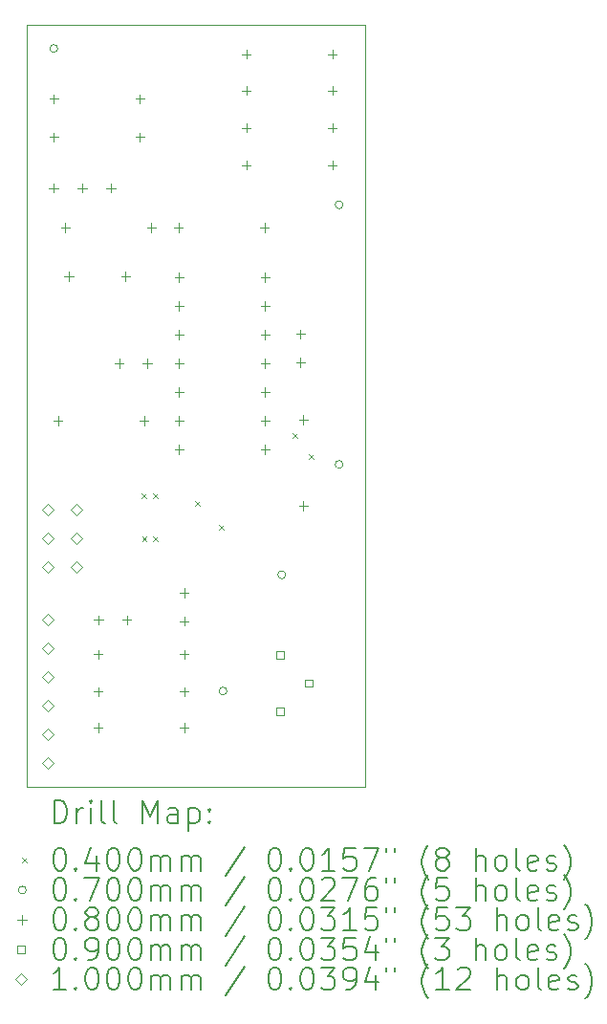
<source format=gbr>
%TF.GenerationSoftware,KiCad,Pcbnew,7.0.2-0*%
%TF.CreationDate,2023-05-29T19:59:55+02:00*%
%TF.ProjectId,shmoergh-funk-live-voice,73686d6f-6572-4676-982d-66756e6b2d6c,rev?*%
%TF.SameCoordinates,Original*%
%TF.FileFunction,Drillmap*%
%TF.FilePolarity,Positive*%
%FSLAX45Y45*%
G04 Gerber Fmt 4.5, Leading zero omitted, Abs format (unit mm)*
G04 Created by KiCad (PCBNEW 7.0.2-0) date 2023-05-29 19:59:55*
%MOMM*%
%LPD*%
G01*
G04 APERTURE LIST*
%ADD10C,0.100000*%
%ADD11C,0.200000*%
%ADD12C,0.040000*%
%ADD13C,0.070000*%
%ADD14C,0.080000*%
%ADD15C,0.090000*%
G04 APERTURE END LIST*
D10*
X12500000Y-5000000D02*
X15500000Y-5000000D01*
X15500000Y-11750000D01*
X12500000Y-11750000D01*
X12500000Y-5000000D01*
D11*
D12*
X13518200Y-9149400D02*
X13558200Y-9189400D01*
X13558200Y-9149400D02*
X13518200Y-9189400D01*
X13519850Y-9530400D02*
X13559850Y-9570400D01*
X13559850Y-9530400D02*
X13519850Y-9570400D01*
X13619800Y-9149400D02*
X13659800Y-9189400D01*
X13659800Y-9149400D02*
X13619800Y-9189400D01*
X13619800Y-9530400D02*
X13659800Y-9570400D01*
X13659800Y-9530400D02*
X13619800Y-9570400D01*
X13988100Y-9212900D02*
X14028100Y-9252900D01*
X14028100Y-9212900D02*
X13988100Y-9252900D01*
X14204000Y-9428800D02*
X14244000Y-9468800D01*
X14244000Y-9428800D02*
X14204000Y-9468800D01*
X14851700Y-8616000D02*
X14891700Y-8656000D01*
X14891700Y-8616000D02*
X14851700Y-8656000D01*
X14997750Y-8800150D02*
X15037750Y-8840150D01*
X15037750Y-8800150D02*
X14997750Y-8840150D01*
D13*
X12773100Y-5207000D02*
G75*
G03*
X12773100Y-5207000I-35000J0D01*
G01*
X14271700Y-10896600D02*
G75*
G03*
X14271700Y-10896600I-35000J0D01*
G01*
X14792400Y-9867900D02*
G75*
G03*
X14792400Y-9867900I-35000J0D01*
G01*
X15300400Y-6591300D02*
G75*
G03*
X15300400Y-6591300I-35000J0D01*
G01*
X15300400Y-8890000D02*
G75*
G03*
X15300400Y-8890000I-35000J0D01*
G01*
D14*
X12737582Y-6402736D02*
X12737582Y-6482736D01*
X12697582Y-6442736D02*
X12777582Y-6442736D01*
X12738582Y-5613654D02*
X12738582Y-5693654D01*
X12698582Y-5653654D02*
X12778582Y-5653654D01*
X12738582Y-5951336D02*
X12738582Y-6031336D01*
X12698582Y-5991336D02*
X12778582Y-5991336D01*
X12776200Y-8463004D02*
X12776200Y-8543004D01*
X12736200Y-8503004D02*
X12816200Y-8503004D01*
X12839700Y-6754500D02*
X12839700Y-6834500D01*
X12799700Y-6794500D02*
X12879700Y-6794500D01*
X12873100Y-7186300D02*
X12873100Y-7266300D01*
X12833100Y-7226300D02*
X12913100Y-7226300D01*
X12991582Y-6402736D02*
X12991582Y-6482736D01*
X12951582Y-6442736D02*
X13031582Y-6442736D01*
X13131800Y-10533104D02*
X13131800Y-10613104D01*
X13091800Y-10573104D02*
X13171800Y-10573104D01*
X13131800Y-10863304D02*
X13131800Y-10943304D01*
X13091800Y-10903304D02*
X13171800Y-10903304D01*
X13131800Y-11180804D02*
X13131800Y-11260804D01*
X13091800Y-11220804D02*
X13171800Y-11220804D01*
X13133800Y-10228304D02*
X13133800Y-10308304D01*
X13093800Y-10268304D02*
X13173800Y-10268304D01*
X13245582Y-6402736D02*
X13245582Y-6482736D01*
X13205582Y-6442736D02*
X13285582Y-6442736D01*
X13316900Y-7955004D02*
X13316900Y-8035004D01*
X13276900Y-7995004D02*
X13356900Y-7995004D01*
X13373100Y-7186300D02*
X13373100Y-7266300D01*
X13333100Y-7226300D02*
X13413100Y-7226300D01*
X13383800Y-10228304D02*
X13383800Y-10308304D01*
X13343800Y-10268304D02*
X13423800Y-10268304D01*
X13500582Y-5613654D02*
X13500582Y-5693654D01*
X13460582Y-5653654D02*
X13540582Y-5653654D01*
X13500582Y-5951336D02*
X13500582Y-6031336D01*
X13460582Y-5991336D02*
X13540582Y-5991336D01*
X13538200Y-8463004D02*
X13538200Y-8543004D01*
X13498200Y-8503004D02*
X13578200Y-8503004D01*
X13566900Y-7955004D02*
X13566900Y-8035004D01*
X13526900Y-7995004D02*
X13606900Y-7995004D01*
X13601700Y-6754500D02*
X13601700Y-6834500D01*
X13561700Y-6794500D02*
X13641700Y-6794500D01*
X13843000Y-6754500D02*
X13843000Y-6834500D01*
X13803000Y-6794500D02*
X13883000Y-6794500D01*
X13848300Y-7193004D02*
X13848300Y-7273004D01*
X13808300Y-7233004D02*
X13888300Y-7233004D01*
X13848300Y-7447004D02*
X13848300Y-7527004D01*
X13808300Y-7487004D02*
X13888300Y-7487004D01*
X13848300Y-7701004D02*
X13848300Y-7781004D01*
X13808300Y-7741004D02*
X13888300Y-7741004D01*
X13848300Y-7955004D02*
X13848300Y-8035004D01*
X13808300Y-7995004D02*
X13888300Y-7995004D01*
X13848300Y-8209004D02*
X13848300Y-8289004D01*
X13808300Y-8249004D02*
X13888300Y-8249004D01*
X13848300Y-8463004D02*
X13848300Y-8543004D01*
X13808300Y-8503004D02*
X13888300Y-8503004D01*
X13848300Y-8717004D02*
X13848300Y-8797004D01*
X13808300Y-8757004D02*
X13888300Y-8757004D01*
X13893800Y-9989004D02*
X13893800Y-10069004D01*
X13853800Y-10029004D02*
X13933800Y-10029004D01*
X13893800Y-10239004D02*
X13893800Y-10319004D01*
X13853800Y-10279004D02*
X13933800Y-10279004D01*
X13893800Y-10533104D02*
X13893800Y-10613104D01*
X13853800Y-10573104D02*
X13933800Y-10573104D01*
X13893800Y-10863304D02*
X13893800Y-10943304D01*
X13853800Y-10903304D02*
X13933800Y-10903304D01*
X13893800Y-11180804D02*
X13893800Y-11260804D01*
X13853800Y-11220804D02*
X13933800Y-11220804D01*
X14444200Y-5217800D02*
X14444200Y-5297800D01*
X14404200Y-5257800D02*
X14484200Y-5257800D01*
X14444200Y-5538233D02*
X14444200Y-5618233D01*
X14404200Y-5578233D02*
X14484200Y-5578233D01*
X14444200Y-5868433D02*
X14444200Y-5948433D01*
X14404200Y-5908433D02*
X14484200Y-5908433D01*
X14444200Y-6198633D02*
X14444200Y-6278633D01*
X14404200Y-6238633D02*
X14484200Y-6238633D01*
X14605000Y-6754500D02*
X14605000Y-6834500D01*
X14565000Y-6794500D02*
X14645000Y-6794500D01*
X14610300Y-7193004D02*
X14610300Y-7273004D01*
X14570300Y-7233004D02*
X14650300Y-7233004D01*
X14610300Y-7447004D02*
X14610300Y-7527004D01*
X14570300Y-7487004D02*
X14650300Y-7487004D01*
X14610300Y-7701004D02*
X14610300Y-7781004D01*
X14570300Y-7741004D02*
X14650300Y-7741004D01*
X14610300Y-7955004D02*
X14610300Y-8035004D01*
X14570300Y-7995004D02*
X14650300Y-7995004D01*
X14610300Y-8209004D02*
X14610300Y-8289004D01*
X14570300Y-8249004D02*
X14650300Y-8249004D01*
X14610300Y-8463004D02*
X14610300Y-8543004D01*
X14570300Y-8503004D02*
X14650300Y-8503004D01*
X14610300Y-8717004D02*
X14610300Y-8797004D01*
X14570300Y-8757004D02*
X14650300Y-8757004D01*
X14922500Y-7696300D02*
X14922500Y-7776300D01*
X14882500Y-7736300D02*
X14962500Y-7736300D01*
X14922500Y-7946300D02*
X14922500Y-8026300D01*
X14882500Y-7986300D02*
X14962500Y-7986300D01*
X14947900Y-8456300D02*
X14947900Y-8536300D01*
X14907900Y-8496300D02*
X14987900Y-8496300D01*
X14947900Y-9218300D02*
X14947900Y-9298300D01*
X14907900Y-9258300D02*
X14987900Y-9258300D01*
X15206200Y-5217800D02*
X15206200Y-5297800D01*
X15166200Y-5257800D02*
X15246200Y-5257800D01*
X15206200Y-5538233D02*
X15206200Y-5618233D01*
X15166200Y-5578233D02*
X15246200Y-5578233D01*
X15206200Y-5868433D02*
X15206200Y-5948433D01*
X15166200Y-5908433D02*
X15246200Y-5908433D01*
X15206200Y-6198633D02*
X15206200Y-6278633D01*
X15166200Y-6238633D02*
X15246200Y-6238633D01*
D15*
X14776520Y-10610920D02*
X14776520Y-10547280D01*
X14712880Y-10547280D01*
X14712880Y-10610920D01*
X14776520Y-10610920D01*
X14776520Y-11110920D02*
X14776520Y-11047280D01*
X14712880Y-11047280D01*
X14712880Y-11110920D01*
X14776520Y-11110920D01*
X15026520Y-10860920D02*
X15026520Y-10797280D01*
X14962880Y-10797280D01*
X14962880Y-10860920D01*
X15026520Y-10860920D01*
D10*
X12687300Y-9340404D02*
X12737300Y-9290404D01*
X12687300Y-9240404D01*
X12637300Y-9290404D01*
X12687300Y-9340404D01*
X12687300Y-9594404D02*
X12737300Y-9544404D01*
X12687300Y-9494404D01*
X12637300Y-9544404D01*
X12687300Y-9594404D01*
X12687300Y-9848404D02*
X12737300Y-9798404D01*
X12687300Y-9748404D01*
X12637300Y-9798404D01*
X12687300Y-9848404D01*
X12687300Y-10311600D02*
X12737300Y-10261600D01*
X12687300Y-10211600D01*
X12637300Y-10261600D01*
X12687300Y-10311600D01*
X12687300Y-10565600D02*
X12737300Y-10515600D01*
X12687300Y-10465600D01*
X12637300Y-10515600D01*
X12687300Y-10565600D01*
X12687300Y-10819600D02*
X12737300Y-10769600D01*
X12687300Y-10719600D01*
X12637300Y-10769600D01*
X12687300Y-10819600D01*
X12687300Y-11073600D02*
X12737300Y-11023600D01*
X12687300Y-10973600D01*
X12637300Y-11023600D01*
X12687300Y-11073600D01*
X12687300Y-11327600D02*
X12737300Y-11277600D01*
X12687300Y-11227600D01*
X12637300Y-11277600D01*
X12687300Y-11327600D01*
X12687300Y-11581600D02*
X12737300Y-11531600D01*
X12687300Y-11481600D01*
X12637300Y-11531600D01*
X12687300Y-11581600D01*
X12941300Y-9340404D02*
X12991300Y-9290404D01*
X12941300Y-9240404D01*
X12891300Y-9290404D01*
X12941300Y-9340404D01*
X12941300Y-9594404D02*
X12991300Y-9544404D01*
X12941300Y-9494404D01*
X12891300Y-9544404D01*
X12941300Y-9594404D01*
X12941300Y-9848404D02*
X12991300Y-9798404D01*
X12941300Y-9748404D01*
X12891300Y-9798404D01*
X12941300Y-9848404D01*
D11*
X12742619Y-12067524D02*
X12742619Y-11867524D01*
X12742619Y-11867524D02*
X12790238Y-11867524D01*
X12790238Y-11867524D02*
X12818809Y-11877048D01*
X12818809Y-11877048D02*
X12837857Y-11896095D01*
X12837857Y-11896095D02*
X12847381Y-11915143D01*
X12847381Y-11915143D02*
X12856905Y-11953238D01*
X12856905Y-11953238D02*
X12856905Y-11981809D01*
X12856905Y-11981809D02*
X12847381Y-12019905D01*
X12847381Y-12019905D02*
X12837857Y-12038952D01*
X12837857Y-12038952D02*
X12818809Y-12058000D01*
X12818809Y-12058000D02*
X12790238Y-12067524D01*
X12790238Y-12067524D02*
X12742619Y-12067524D01*
X12942619Y-12067524D02*
X12942619Y-11934190D01*
X12942619Y-11972286D02*
X12952143Y-11953238D01*
X12952143Y-11953238D02*
X12961667Y-11943714D01*
X12961667Y-11943714D02*
X12980714Y-11934190D01*
X12980714Y-11934190D02*
X12999762Y-11934190D01*
X13066428Y-12067524D02*
X13066428Y-11934190D01*
X13066428Y-11867524D02*
X13056905Y-11877048D01*
X13056905Y-11877048D02*
X13066428Y-11886571D01*
X13066428Y-11886571D02*
X13075952Y-11877048D01*
X13075952Y-11877048D02*
X13066428Y-11867524D01*
X13066428Y-11867524D02*
X13066428Y-11886571D01*
X13190238Y-12067524D02*
X13171190Y-12058000D01*
X13171190Y-12058000D02*
X13161667Y-12038952D01*
X13161667Y-12038952D02*
X13161667Y-11867524D01*
X13295000Y-12067524D02*
X13275952Y-12058000D01*
X13275952Y-12058000D02*
X13266428Y-12038952D01*
X13266428Y-12038952D02*
X13266428Y-11867524D01*
X13523571Y-12067524D02*
X13523571Y-11867524D01*
X13523571Y-11867524D02*
X13590238Y-12010381D01*
X13590238Y-12010381D02*
X13656905Y-11867524D01*
X13656905Y-11867524D02*
X13656905Y-12067524D01*
X13837857Y-12067524D02*
X13837857Y-11962762D01*
X13837857Y-11962762D02*
X13828333Y-11943714D01*
X13828333Y-11943714D02*
X13809286Y-11934190D01*
X13809286Y-11934190D02*
X13771190Y-11934190D01*
X13771190Y-11934190D02*
X13752143Y-11943714D01*
X13837857Y-12058000D02*
X13818809Y-12067524D01*
X13818809Y-12067524D02*
X13771190Y-12067524D01*
X13771190Y-12067524D02*
X13752143Y-12058000D01*
X13752143Y-12058000D02*
X13742619Y-12038952D01*
X13742619Y-12038952D02*
X13742619Y-12019905D01*
X13742619Y-12019905D02*
X13752143Y-12000857D01*
X13752143Y-12000857D02*
X13771190Y-11991333D01*
X13771190Y-11991333D02*
X13818809Y-11991333D01*
X13818809Y-11991333D02*
X13837857Y-11981809D01*
X13933095Y-11934190D02*
X13933095Y-12134190D01*
X13933095Y-11943714D02*
X13952143Y-11934190D01*
X13952143Y-11934190D02*
X13990238Y-11934190D01*
X13990238Y-11934190D02*
X14009286Y-11943714D01*
X14009286Y-11943714D02*
X14018809Y-11953238D01*
X14018809Y-11953238D02*
X14028333Y-11972286D01*
X14028333Y-11972286D02*
X14028333Y-12029428D01*
X14028333Y-12029428D02*
X14018809Y-12048476D01*
X14018809Y-12048476D02*
X14009286Y-12058000D01*
X14009286Y-12058000D02*
X13990238Y-12067524D01*
X13990238Y-12067524D02*
X13952143Y-12067524D01*
X13952143Y-12067524D02*
X13933095Y-12058000D01*
X14114048Y-12048476D02*
X14123571Y-12058000D01*
X14123571Y-12058000D02*
X14114048Y-12067524D01*
X14114048Y-12067524D02*
X14104524Y-12058000D01*
X14104524Y-12058000D02*
X14114048Y-12048476D01*
X14114048Y-12048476D02*
X14114048Y-12067524D01*
X14114048Y-11943714D02*
X14123571Y-11953238D01*
X14123571Y-11953238D02*
X14114048Y-11962762D01*
X14114048Y-11962762D02*
X14104524Y-11953238D01*
X14104524Y-11953238D02*
X14114048Y-11943714D01*
X14114048Y-11943714D02*
X14114048Y-11962762D01*
D12*
X12455000Y-12375000D02*
X12495000Y-12415000D01*
X12495000Y-12375000D02*
X12455000Y-12415000D01*
D11*
X12780714Y-12287524D02*
X12799762Y-12287524D01*
X12799762Y-12287524D02*
X12818809Y-12297048D01*
X12818809Y-12297048D02*
X12828333Y-12306571D01*
X12828333Y-12306571D02*
X12837857Y-12325619D01*
X12837857Y-12325619D02*
X12847381Y-12363714D01*
X12847381Y-12363714D02*
X12847381Y-12411333D01*
X12847381Y-12411333D02*
X12837857Y-12449428D01*
X12837857Y-12449428D02*
X12828333Y-12468476D01*
X12828333Y-12468476D02*
X12818809Y-12478000D01*
X12818809Y-12478000D02*
X12799762Y-12487524D01*
X12799762Y-12487524D02*
X12780714Y-12487524D01*
X12780714Y-12487524D02*
X12761667Y-12478000D01*
X12761667Y-12478000D02*
X12752143Y-12468476D01*
X12752143Y-12468476D02*
X12742619Y-12449428D01*
X12742619Y-12449428D02*
X12733095Y-12411333D01*
X12733095Y-12411333D02*
X12733095Y-12363714D01*
X12733095Y-12363714D02*
X12742619Y-12325619D01*
X12742619Y-12325619D02*
X12752143Y-12306571D01*
X12752143Y-12306571D02*
X12761667Y-12297048D01*
X12761667Y-12297048D02*
X12780714Y-12287524D01*
X12933095Y-12468476D02*
X12942619Y-12478000D01*
X12942619Y-12478000D02*
X12933095Y-12487524D01*
X12933095Y-12487524D02*
X12923571Y-12478000D01*
X12923571Y-12478000D02*
X12933095Y-12468476D01*
X12933095Y-12468476D02*
X12933095Y-12487524D01*
X13114048Y-12354190D02*
X13114048Y-12487524D01*
X13066428Y-12278000D02*
X13018809Y-12420857D01*
X13018809Y-12420857D02*
X13142619Y-12420857D01*
X13256905Y-12287524D02*
X13275952Y-12287524D01*
X13275952Y-12287524D02*
X13295000Y-12297048D01*
X13295000Y-12297048D02*
X13304524Y-12306571D01*
X13304524Y-12306571D02*
X13314048Y-12325619D01*
X13314048Y-12325619D02*
X13323571Y-12363714D01*
X13323571Y-12363714D02*
X13323571Y-12411333D01*
X13323571Y-12411333D02*
X13314048Y-12449428D01*
X13314048Y-12449428D02*
X13304524Y-12468476D01*
X13304524Y-12468476D02*
X13295000Y-12478000D01*
X13295000Y-12478000D02*
X13275952Y-12487524D01*
X13275952Y-12487524D02*
X13256905Y-12487524D01*
X13256905Y-12487524D02*
X13237857Y-12478000D01*
X13237857Y-12478000D02*
X13228333Y-12468476D01*
X13228333Y-12468476D02*
X13218809Y-12449428D01*
X13218809Y-12449428D02*
X13209286Y-12411333D01*
X13209286Y-12411333D02*
X13209286Y-12363714D01*
X13209286Y-12363714D02*
X13218809Y-12325619D01*
X13218809Y-12325619D02*
X13228333Y-12306571D01*
X13228333Y-12306571D02*
X13237857Y-12297048D01*
X13237857Y-12297048D02*
X13256905Y-12287524D01*
X13447381Y-12287524D02*
X13466429Y-12287524D01*
X13466429Y-12287524D02*
X13485476Y-12297048D01*
X13485476Y-12297048D02*
X13495000Y-12306571D01*
X13495000Y-12306571D02*
X13504524Y-12325619D01*
X13504524Y-12325619D02*
X13514048Y-12363714D01*
X13514048Y-12363714D02*
X13514048Y-12411333D01*
X13514048Y-12411333D02*
X13504524Y-12449428D01*
X13504524Y-12449428D02*
X13495000Y-12468476D01*
X13495000Y-12468476D02*
X13485476Y-12478000D01*
X13485476Y-12478000D02*
X13466429Y-12487524D01*
X13466429Y-12487524D02*
X13447381Y-12487524D01*
X13447381Y-12487524D02*
X13428333Y-12478000D01*
X13428333Y-12478000D02*
X13418809Y-12468476D01*
X13418809Y-12468476D02*
X13409286Y-12449428D01*
X13409286Y-12449428D02*
X13399762Y-12411333D01*
X13399762Y-12411333D02*
X13399762Y-12363714D01*
X13399762Y-12363714D02*
X13409286Y-12325619D01*
X13409286Y-12325619D02*
X13418809Y-12306571D01*
X13418809Y-12306571D02*
X13428333Y-12297048D01*
X13428333Y-12297048D02*
X13447381Y-12287524D01*
X13599762Y-12487524D02*
X13599762Y-12354190D01*
X13599762Y-12373238D02*
X13609286Y-12363714D01*
X13609286Y-12363714D02*
X13628333Y-12354190D01*
X13628333Y-12354190D02*
X13656905Y-12354190D01*
X13656905Y-12354190D02*
X13675952Y-12363714D01*
X13675952Y-12363714D02*
X13685476Y-12382762D01*
X13685476Y-12382762D02*
X13685476Y-12487524D01*
X13685476Y-12382762D02*
X13695000Y-12363714D01*
X13695000Y-12363714D02*
X13714048Y-12354190D01*
X13714048Y-12354190D02*
X13742619Y-12354190D01*
X13742619Y-12354190D02*
X13761667Y-12363714D01*
X13761667Y-12363714D02*
X13771190Y-12382762D01*
X13771190Y-12382762D02*
X13771190Y-12487524D01*
X13866429Y-12487524D02*
X13866429Y-12354190D01*
X13866429Y-12373238D02*
X13875952Y-12363714D01*
X13875952Y-12363714D02*
X13895000Y-12354190D01*
X13895000Y-12354190D02*
X13923571Y-12354190D01*
X13923571Y-12354190D02*
X13942619Y-12363714D01*
X13942619Y-12363714D02*
X13952143Y-12382762D01*
X13952143Y-12382762D02*
X13952143Y-12487524D01*
X13952143Y-12382762D02*
X13961667Y-12363714D01*
X13961667Y-12363714D02*
X13980714Y-12354190D01*
X13980714Y-12354190D02*
X14009286Y-12354190D01*
X14009286Y-12354190D02*
X14028333Y-12363714D01*
X14028333Y-12363714D02*
X14037857Y-12382762D01*
X14037857Y-12382762D02*
X14037857Y-12487524D01*
X14428333Y-12278000D02*
X14256905Y-12535143D01*
X14685476Y-12287524D02*
X14704524Y-12287524D01*
X14704524Y-12287524D02*
X14723572Y-12297048D01*
X14723572Y-12297048D02*
X14733095Y-12306571D01*
X14733095Y-12306571D02*
X14742619Y-12325619D01*
X14742619Y-12325619D02*
X14752143Y-12363714D01*
X14752143Y-12363714D02*
X14752143Y-12411333D01*
X14752143Y-12411333D02*
X14742619Y-12449428D01*
X14742619Y-12449428D02*
X14733095Y-12468476D01*
X14733095Y-12468476D02*
X14723572Y-12478000D01*
X14723572Y-12478000D02*
X14704524Y-12487524D01*
X14704524Y-12487524D02*
X14685476Y-12487524D01*
X14685476Y-12487524D02*
X14666429Y-12478000D01*
X14666429Y-12478000D02*
X14656905Y-12468476D01*
X14656905Y-12468476D02*
X14647381Y-12449428D01*
X14647381Y-12449428D02*
X14637857Y-12411333D01*
X14637857Y-12411333D02*
X14637857Y-12363714D01*
X14637857Y-12363714D02*
X14647381Y-12325619D01*
X14647381Y-12325619D02*
X14656905Y-12306571D01*
X14656905Y-12306571D02*
X14666429Y-12297048D01*
X14666429Y-12297048D02*
X14685476Y-12287524D01*
X14837857Y-12468476D02*
X14847381Y-12478000D01*
X14847381Y-12478000D02*
X14837857Y-12487524D01*
X14837857Y-12487524D02*
X14828333Y-12478000D01*
X14828333Y-12478000D02*
X14837857Y-12468476D01*
X14837857Y-12468476D02*
X14837857Y-12487524D01*
X14971191Y-12287524D02*
X14990238Y-12287524D01*
X14990238Y-12287524D02*
X15009286Y-12297048D01*
X15009286Y-12297048D02*
X15018810Y-12306571D01*
X15018810Y-12306571D02*
X15028333Y-12325619D01*
X15028333Y-12325619D02*
X15037857Y-12363714D01*
X15037857Y-12363714D02*
X15037857Y-12411333D01*
X15037857Y-12411333D02*
X15028333Y-12449428D01*
X15028333Y-12449428D02*
X15018810Y-12468476D01*
X15018810Y-12468476D02*
X15009286Y-12478000D01*
X15009286Y-12478000D02*
X14990238Y-12487524D01*
X14990238Y-12487524D02*
X14971191Y-12487524D01*
X14971191Y-12487524D02*
X14952143Y-12478000D01*
X14952143Y-12478000D02*
X14942619Y-12468476D01*
X14942619Y-12468476D02*
X14933095Y-12449428D01*
X14933095Y-12449428D02*
X14923572Y-12411333D01*
X14923572Y-12411333D02*
X14923572Y-12363714D01*
X14923572Y-12363714D02*
X14933095Y-12325619D01*
X14933095Y-12325619D02*
X14942619Y-12306571D01*
X14942619Y-12306571D02*
X14952143Y-12297048D01*
X14952143Y-12297048D02*
X14971191Y-12287524D01*
X15228333Y-12487524D02*
X15114048Y-12487524D01*
X15171191Y-12487524D02*
X15171191Y-12287524D01*
X15171191Y-12287524D02*
X15152143Y-12316095D01*
X15152143Y-12316095D02*
X15133095Y-12335143D01*
X15133095Y-12335143D02*
X15114048Y-12344667D01*
X15409286Y-12287524D02*
X15314048Y-12287524D01*
X15314048Y-12287524D02*
X15304524Y-12382762D01*
X15304524Y-12382762D02*
X15314048Y-12373238D01*
X15314048Y-12373238D02*
X15333095Y-12363714D01*
X15333095Y-12363714D02*
X15380714Y-12363714D01*
X15380714Y-12363714D02*
X15399762Y-12373238D01*
X15399762Y-12373238D02*
X15409286Y-12382762D01*
X15409286Y-12382762D02*
X15418810Y-12401809D01*
X15418810Y-12401809D02*
X15418810Y-12449428D01*
X15418810Y-12449428D02*
X15409286Y-12468476D01*
X15409286Y-12468476D02*
X15399762Y-12478000D01*
X15399762Y-12478000D02*
X15380714Y-12487524D01*
X15380714Y-12487524D02*
X15333095Y-12487524D01*
X15333095Y-12487524D02*
X15314048Y-12478000D01*
X15314048Y-12478000D02*
X15304524Y-12468476D01*
X15485476Y-12287524D02*
X15618810Y-12287524D01*
X15618810Y-12287524D02*
X15533095Y-12487524D01*
X15685476Y-12287524D02*
X15685476Y-12325619D01*
X15761667Y-12287524D02*
X15761667Y-12325619D01*
X16056905Y-12563714D02*
X16047381Y-12554190D01*
X16047381Y-12554190D02*
X16028334Y-12525619D01*
X16028334Y-12525619D02*
X16018810Y-12506571D01*
X16018810Y-12506571D02*
X16009286Y-12478000D01*
X16009286Y-12478000D02*
X15999762Y-12430381D01*
X15999762Y-12430381D02*
X15999762Y-12392286D01*
X15999762Y-12392286D02*
X16009286Y-12344667D01*
X16009286Y-12344667D02*
X16018810Y-12316095D01*
X16018810Y-12316095D02*
X16028334Y-12297048D01*
X16028334Y-12297048D02*
X16047381Y-12268476D01*
X16047381Y-12268476D02*
X16056905Y-12258952D01*
X16161667Y-12373238D02*
X16142619Y-12363714D01*
X16142619Y-12363714D02*
X16133095Y-12354190D01*
X16133095Y-12354190D02*
X16123572Y-12335143D01*
X16123572Y-12335143D02*
X16123572Y-12325619D01*
X16123572Y-12325619D02*
X16133095Y-12306571D01*
X16133095Y-12306571D02*
X16142619Y-12297048D01*
X16142619Y-12297048D02*
X16161667Y-12287524D01*
X16161667Y-12287524D02*
X16199762Y-12287524D01*
X16199762Y-12287524D02*
X16218810Y-12297048D01*
X16218810Y-12297048D02*
X16228334Y-12306571D01*
X16228334Y-12306571D02*
X16237857Y-12325619D01*
X16237857Y-12325619D02*
X16237857Y-12335143D01*
X16237857Y-12335143D02*
X16228334Y-12354190D01*
X16228334Y-12354190D02*
X16218810Y-12363714D01*
X16218810Y-12363714D02*
X16199762Y-12373238D01*
X16199762Y-12373238D02*
X16161667Y-12373238D01*
X16161667Y-12373238D02*
X16142619Y-12382762D01*
X16142619Y-12382762D02*
X16133095Y-12392286D01*
X16133095Y-12392286D02*
X16123572Y-12411333D01*
X16123572Y-12411333D02*
X16123572Y-12449428D01*
X16123572Y-12449428D02*
X16133095Y-12468476D01*
X16133095Y-12468476D02*
X16142619Y-12478000D01*
X16142619Y-12478000D02*
X16161667Y-12487524D01*
X16161667Y-12487524D02*
X16199762Y-12487524D01*
X16199762Y-12487524D02*
X16218810Y-12478000D01*
X16218810Y-12478000D02*
X16228334Y-12468476D01*
X16228334Y-12468476D02*
X16237857Y-12449428D01*
X16237857Y-12449428D02*
X16237857Y-12411333D01*
X16237857Y-12411333D02*
X16228334Y-12392286D01*
X16228334Y-12392286D02*
X16218810Y-12382762D01*
X16218810Y-12382762D02*
X16199762Y-12373238D01*
X16475953Y-12487524D02*
X16475953Y-12287524D01*
X16561667Y-12487524D02*
X16561667Y-12382762D01*
X16561667Y-12382762D02*
X16552143Y-12363714D01*
X16552143Y-12363714D02*
X16533096Y-12354190D01*
X16533096Y-12354190D02*
X16504524Y-12354190D01*
X16504524Y-12354190D02*
X16485476Y-12363714D01*
X16485476Y-12363714D02*
X16475953Y-12373238D01*
X16685476Y-12487524D02*
X16666429Y-12478000D01*
X16666429Y-12478000D02*
X16656905Y-12468476D01*
X16656905Y-12468476D02*
X16647381Y-12449428D01*
X16647381Y-12449428D02*
X16647381Y-12392286D01*
X16647381Y-12392286D02*
X16656905Y-12373238D01*
X16656905Y-12373238D02*
X16666429Y-12363714D01*
X16666429Y-12363714D02*
X16685476Y-12354190D01*
X16685476Y-12354190D02*
X16714048Y-12354190D01*
X16714048Y-12354190D02*
X16733096Y-12363714D01*
X16733096Y-12363714D02*
X16742619Y-12373238D01*
X16742619Y-12373238D02*
X16752143Y-12392286D01*
X16752143Y-12392286D02*
X16752143Y-12449428D01*
X16752143Y-12449428D02*
X16742619Y-12468476D01*
X16742619Y-12468476D02*
X16733096Y-12478000D01*
X16733096Y-12478000D02*
X16714048Y-12487524D01*
X16714048Y-12487524D02*
X16685476Y-12487524D01*
X16866429Y-12487524D02*
X16847381Y-12478000D01*
X16847381Y-12478000D02*
X16837858Y-12458952D01*
X16837858Y-12458952D02*
X16837858Y-12287524D01*
X17018810Y-12478000D02*
X16999762Y-12487524D01*
X16999762Y-12487524D02*
X16961667Y-12487524D01*
X16961667Y-12487524D02*
X16942619Y-12478000D01*
X16942619Y-12478000D02*
X16933096Y-12458952D01*
X16933096Y-12458952D02*
X16933096Y-12382762D01*
X16933096Y-12382762D02*
X16942619Y-12363714D01*
X16942619Y-12363714D02*
X16961667Y-12354190D01*
X16961667Y-12354190D02*
X16999762Y-12354190D01*
X16999762Y-12354190D02*
X17018810Y-12363714D01*
X17018810Y-12363714D02*
X17028334Y-12382762D01*
X17028334Y-12382762D02*
X17028334Y-12401809D01*
X17028334Y-12401809D02*
X16933096Y-12420857D01*
X17104524Y-12478000D02*
X17123572Y-12487524D01*
X17123572Y-12487524D02*
X17161667Y-12487524D01*
X17161667Y-12487524D02*
X17180715Y-12478000D01*
X17180715Y-12478000D02*
X17190239Y-12458952D01*
X17190239Y-12458952D02*
X17190239Y-12449428D01*
X17190239Y-12449428D02*
X17180715Y-12430381D01*
X17180715Y-12430381D02*
X17161667Y-12420857D01*
X17161667Y-12420857D02*
X17133096Y-12420857D01*
X17133096Y-12420857D02*
X17114048Y-12411333D01*
X17114048Y-12411333D02*
X17104524Y-12392286D01*
X17104524Y-12392286D02*
X17104524Y-12382762D01*
X17104524Y-12382762D02*
X17114048Y-12363714D01*
X17114048Y-12363714D02*
X17133096Y-12354190D01*
X17133096Y-12354190D02*
X17161667Y-12354190D01*
X17161667Y-12354190D02*
X17180715Y-12363714D01*
X17256905Y-12563714D02*
X17266429Y-12554190D01*
X17266429Y-12554190D02*
X17285477Y-12525619D01*
X17285477Y-12525619D02*
X17295000Y-12506571D01*
X17295000Y-12506571D02*
X17304524Y-12478000D01*
X17304524Y-12478000D02*
X17314048Y-12430381D01*
X17314048Y-12430381D02*
X17314048Y-12392286D01*
X17314048Y-12392286D02*
X17304524Y-12344667D01*
X17304524Y-12344667D02*
X17295000Y-12316095D01*
X17295000Y-12316095D02*
X17285477Y-12297048D01*
X17285477Y-12297048D02*
X17266429Y-12268476D01*
X17266429Y-12268476D02*
X17256905Y-12258952D01*
D13*
X12495000Y-12659000D02*
G75*
G03*
X12495000Y-12659000I-35000J0D01*
G01*
D11*
X12780714Y-12551524D02*
X12799762Y-12551524D01*
X12799762Y-12551524D02*
X12818809Y-12561048D01*
X12818809Y-12561048D02*
X12828333Y-12570571D01*
X12828333Y-12570571D02*
X12837857Y-12589619D01*
X12837857Y-12589619D02*
X12847381Y-12627714D01*
X12847381Y-12627714D02*
X12847381Y-12675333D01*
X12847381Y-12675333D02*
X12837857Y-12713428D01*
X12837857Y-12713428D02*
X12828333Y-12732476D01*
X12828333Y-12732476D02*
X12818809Y-12742000D01*
X12818809Y-12742000D02*
X12799762Y-12751524D01*
X12799762Y-12751524D02*
X12780714Y-12751524D01*
X12780714Y-12751524D02*
X12761667Y-12742000D01*
X12761667Y-12742000D02*
X12752143Y-12732476D01*
X12752143Y-12732476D02*
X12742619Y-12713428D01*
X12742619Y-12713428D02*
X12733095Y-12675333D01*
X12733095Y-12675333D02*
X12733095Y-12627714D01*
X12733095Y-12627714D02*
X12742619Y-12589619D01*
X12742619Y-12589619D02*
X12752143Y-12570571D01*
X12752143Y-12570571D02*
X12761667Y-12561048D01*
X12761667Y-12561048D02*
X12780714Y-12551524D01*
X12933095Y-12732476D02*
X12942619Y-12742000D01*
X12942619Y-12742000D02*
X12933095Y-12751524D01*
X12933095Y-12751524D02*
X12923571Y-12742000D01*
X12923571Y-12742000D02*
X12933095Y-12732476D01*
X12933095Y-12732476D02*
X12933095Y-12751524D01*
X13009286Y-12551524D02*
X13142619Y-12551524D01*
X13142619Y-12551524D02*
X13056905Y-12751524D01*
X13256905Y-12551524D02*
X13275952Y-12551524D01*
X13275952Y-12551524D02*
X13295000Y-12561048D01*
X13295000Y-12561048D02*
X13304524Y-12570571D01*
X13304524Y-12570571D02*
X13314048Y-12589619D01*
X13314048Y-12589619D02*
X13323571Y-12627714D01*
X13323571Y-12627714D02*
X13323571Y-12675333D01*
X13323571Y-12675333D02*
X13314048Y-12713428D01*
X13314048Y-12713428D02*
X13304524Y-12732476D01*
X13304524Y-12732476D02*
X13295000Y-12742000D01*
X13295000Y-12742000D02*
X13275952Y-12751524D01*
X13275952Y-12751524D02*
X13256905Y-12751524D01*
X13256905Y-12751524D02*
X13237857Y-12742000D01*
X13237857Y-12742000D02*
X13228333Y-12732476D01*
X13228333Y-12732476D02*
X13218809Y-12713428D01*
X13218809Y-12713428D02*
X13209286Y-12675333D01*
X13209286Y-12675333D02*
X13209286Y-12627714D01*
X13209286Y-12627714D02*
X13218809Y-12589619D01*
X13218809Y-12589619D02*
X13228333Y-12570571D01*
X13228333Y-12570571D02*
X13237857Y-12561048D01*
X13237857Y-12561048D02*
X13256905Y-12551524D01*
X13447381Y-12551524D02*
X13466429Y-12551524D01*
X13466429Y-12551524D02*
X13485476Y-12561048D01*
X13485476Y-12561048D02*
X13495000Y-12570571D01*
X13495000Y-12570571D02*
X13504524Y-12589619D01*
X13504524Y-12589619D02*
X13514048Y-12627714D01*
X13514048Y-12627714D02*
X13514048Y-12675333D01*
X13514048Y-12675333D02*
X13504524Y-12713428D01*
X13504524Y-12713428D02*
X13495000Y-12732476D01*
X13495000Y-12732476D02*
X13485476Y-12742000D01*
X13485476Y-12742000D02*
X13466429Y-12751524D01*
X13466429Y-12751524D02*
X13447381Y-12751524D01*
X13447381Y-12751524D02*
X13428333Y-12742000D01*
X13428333Y-12742000D02*
X13418809Y-12732476D01*
X13418809Y-12732476D02*
X13409286Y-12713428D01*
X13409286Y-12713428D02*
X13399762Y-12675333D01*
X13399762Y-12675333D02*
X13399762Y-12627714D01*
X13399762Y-12627714D02*
X13409286Y-12589619D01*
X13409286Y-12589619D02*
X13418809Y-12570571D01*
X13418809Y-12570571D02*
X13428333Y-12561048D01*
X13428333Y-12561048D02*
X13447381Y-12551524D01*
X13599762Y-12751524D02*
X13599762Y-12618190D01*
X13599762Y-12637238D02*
X13609286Y-12627714D01*
X13609286Y-12627714D02*
X13628333Y-12618190D01*
X13628333Y-12618190D02*
X13656905Y-12618190D01*
X13656905Y-12618190D02*
X13675952Y-12627714D01*
X13675952Y-12627714D02*
X13685476Y-12646762D01*
X13685476Y-12646762D02*
X13685476Y-12751524D01*
X13685476Y-12646762D02*
X13695000Y-12627714D01*
X13695000Y-12627714D02*
X13714048Y-12618190D01*
X13714048Y-12618190D02*
X13742619Y-12618190D01*
X13742619Y-12618190D02*
X13761667Y-12627714D01*
X13761667Y-12627714D02*
X13771190Y-12646762D01*
X13771190Y-12646762D02*
X13771190Y-12751524D01*
X13866429Y-12751524D02*
X13866429Y-12618190D01*
X13866429Y-12637238D02*
X13875952Y-12627714D01*
X13875952Y-12627714D02*
X13895000Y-12618190D01*
X13895000Y-12618190D02*
X13923571Y-12618190D01*
X13923571Y-12618190D02*
X13942619Y-12627714D01*
X13942619Y-12627714D02*
X13952143Y-12646762D01*
X13952143Y-12646762D02*
X13952143Y-12751524D01*
X13952143Y-12646762D02*
X13961667Y-12627714D01*
X13961667Y-12627714D02*
X13980714Y-12618190D01*
X13980714Y-12618190D02*
X14009286Y-12618190D01*
X14009286Y-12618190D02*
X14028333Y-12627714D01*
X14028333Y-12627714D02*
X14037857Y-12646762D01*
X14037857Y-12646762D02*
X14037857Y-12751524D01*
X14428333Y-12542000D02*
X14256905Y-12799143D01*
X14685476Y-12551524D02*
X14704524Y-12551524D01*
X14704524Y-12551524D02*
X14723572Y-12561048D01*
X14723572Y-12561048D02*
X14733095Y-12570571D01*
X14733095Y-12570571D02*
X14742619Y-12589619D01*
X14742619Y-12589619D02*
X14752143Y-12627714D01*
X14752143Y-12627714D02*
X14752143Y-12675333D01*
X14752143Y-12675333D02*
X14742619Y-12713428D01*
X14742619Y-12713428D02*
X14733095Y-12732476D01*
X14733095Y-12732476D02*
X14723572Y-12742000D01*
X14723572Y-12742000D02*
X14704524Y-12751524D01*
X14704524Y-12751524D02*
X14685476Y-12751524D01*
X14685476Y-12751524D02*
X14666429Y-12742000D01*
X14666429Y-12742000D02*
X14656905Y-12732476D01*
X14656905Y-12732476D02*
X14647381Y-12713428D01*
X14647381Y-12713428D02*
X14637857Y-12675333D01*
X14637857Y-12675333D02*
X14637857Y-12627714D01*
X14637857Y-12627714D02*
X14647381Y-12589619D01*
X14647381Y-12589619D02*
X14656905Y-12570571D01*
X14656905Y-12570571D02*
X14666429Y-12561048D01*
X14666429Y-12561048D02*
X14685476Y-12551524D01*
X14837857Y-12732476D02*
X14847381Y-12742000D01*
X14847381Y-12742000D02*
X14837857Y-12751524D01*
X14837857Y-12751524D02*
X14828333Y-12742000D01*
X14828333Y-12742000D02*
X14837857Y-12732476D01*
X14837857Y-12732476D02*
X14837857Y-12751524D01*
X14971191Y-12551524D02*
X14990238Y-12551524D01*
X14990238Y-12551524D02*
X15009286Y-12561048D01*
X15009286Y-12561048D02*
X15018810Y-12570571D01*
X15018810Y-12570571D02*
X15028333Y-12589619D01*
X15028333Y-12589619D02*
X15037857Y-12627714D01*
X15037857Y-12627714D02*
X15037857Y-12675333D01*
X15037857Y-12675333D02*
X15028333Y-12713428D01*
X15028333Y-12713428D02*
X15018810Y-12732476D01*
X15018810Y-12732476D02*
X15009286Y-12742000D01*
X15009286Y-12742000D02*
X14990238Y-12751524D01*
X14990238Y-12751524D02*
X14971191Y-12751524D01*
X14971191Y-12751524D02*
X14952143Y-12742000D01*
X14952143Y-12742000D02*
X14942619Y-12732476D01*
X14942619Y-12732476D02*
X14933095Y-12713428D01*
X14933095Y-12713428D02*
X14923572Y-12675333D01*
X14923572Y-12675333D02*
X14923572Y-12627714D01*
X14923572Y-12627714D02*
X14933095Y-12589619D01*
X14933095Y-12589619D02*
X14942619Y-12570571D01*
X14942619Y-12570571D02*
X14952143Y-12561048D01*
X14952143Y-12561048D02*
X14971191Y-12551524D01*
X15114048Y-12570571D02*
X15123572Y-12561048D01*
X15123572Y-12561048D02*
X15142619Y-12551524D01*
X15142619Y-12551524D02*
X15190238Y-12551524D01*
X15190238Y-12551524D02*
X15209286Y-12561048D01*
X15209286Y-12561048D02*
X15218810Y-12570571D01*
X15218810Y-12570571D02*
X15228333Y-12589619D01*
X15228333Y-12589619D02*
X15228333Y-12608667D01*
X15228333Y-12608667D02*
X15218810Y-12637238D01*
X15218810Y-12637238D02*
X15104524Y-12751524D01*
X15104524Y-12751524D02*
X15228333Y-12751524D01*
X15295000Y-12551524D02*
X15428333Y-12551524D01*
X15428333Y-12551524D02*
X15342619Y-12751524D01*
X15590238Y-12551524D02*
X15552143Y-12551524D01*
X15552143Y-12551524D02*
X15533095Y-12561048D01*
X15533095Y-12561048D02*
X15523572Y-12570571D01*
X15523572Y-12570571D02*
X15504524Y-12599143D01*
X15504524Y-12599143D02*
X15495000Y-12637238D01*
X15495000Y-12637238D02*
X15495000Y-12713428D01*
X15495000Y-12713428D02*
X15504524Y-12732476D01*
X15504524Y-12732476D02*
X15514048Y-12742000D01*
X15514048Y-12742000D02*
X15533095Y-12751524D01*
X15533095Y-12751524D02*
X15571191Y-12751524D01*
X15571191Y-12751524D02*
X15590238Y-12742000D01*
X15590238Y-12742000D02*
X15599762Y-12732476D01*
X15599762Y-12732476D02*
X15609286Y-12713428D01*
X15609286Y-12713428D02*
X15609286Y-12665809D01*
X15609286Y-12665809D02*
X15599762Y-12646762D01*
X15599762Y-12646762D02*
X15590238Y-12637238D01*
X15590238Y-12637238D02*
X15571191Y-12627714D01*
X15571191Y-12627714D02*
X15533095Y-12627714D01*
X15533095Y-12627714D02*
X15514048Y-12637238D01*
X15514048Y-12637238D02*
X15504524Y-12646762D01*
X15504524Y-12646762D02*
X15495000Y-12665809D01*
X15685476Y-12551524D02*
X15685476Y-12589619D01*
X15761667Y-12551524D02*
X15761667Y-12589619D01*
X16056905Y-12827714D02*
X16047381Y-12818190D01*
X16047381Y-12818190D02*
X16028334Y-12789619D01*
X16028334Y-12789619D02*
X16018810Y-12770571D01*
X16018810Y-12770571D02*
X16009286Y-12742000D01*
X16009286Y-12742000D02*
X15999762Y-12694381D01*
X15999762Y-12694381D02*
X15999762Y-12656286D01*
X15999762Y-12656286D02*
X16009286Y-12608667D01*
X16009286Y-12608667D02*
X16018810Y-12580095D01*
X16018810Y-12580095D02*
X16028334Y-12561048D01*
X16028334Y-12561048D02*
X16047381Y-12532476D01*
X16047381Y-12532476D02*
X16056905Y-12522952D01*
X16228334Y-12551524D02*
X16133095Y-12551524D01*
X16133095Y-12551524D02*
X16123572Y-12646762D01*
X16123572Y-12646762D02*
X16133095Y-12637238D01*
X16133095Y-12637238D02*
X16152143Y-12627714D01*
X16152143Y-12627714D02*
X16199762Y-12627714D01*
X16199762Y-12627714D02*
X16218810Y-12637238D01*
X16218810Y-12637238D02*
X16228334Y-12646762D01*
X16228334Y-12646762D02*
X16237857Y-12665809D01*
X16237857Y-12665809D02*
X16237857Y-12713428D01*
X16237857Y-12713428D02*
X16228334Y-12732476D01*
X16228334Y-12732476D02*
X16218810Y-12742000D01*
X16218810Y-12742000D02*
X16199762Y-12751524D01*
X16199762Y-12751524D02*
X16152143Y-12751524D01*
X16152143Y-12751524D02*
X16133095Y-12742000D01*
X16133095Y-12742000D02*
X16123572Y-12732476D01*
X16475953Y-12751524D02*
X16475953Y-12551524D01*
X16561667Y-12751524D02*
X16561667Y-12646762D01*
X16561667Y-12646762D02*
X16552143Y-12627714D01*
X16552143Y-12627714D02*
X16533096Y-12618190D01*
X16533096Y-12618190D02*
X16504524Y-12618190D01*
X16504524Y-12618190D02*
X16485476Y-12627714D01*
X16485476Y-12627714D02*
X16475953Y-12637238D01*
X16685476Y-12751524D02*
X16666429Y-12742000D01*
X16666429Y-12742000D02*
X16656905Y-12732476D01*
X16656905Y-12732476D02*
X16647381Y-12713428D01*
X16647381Y-12713428D02*
X16647381Y-12656286D01*
X16647381Y-12656286D02*
X16656905Y-12637238D01*
X16656905Y-12637238D02*
X16666429Y-12627714D01*
X16666429Y-12627714D02*
X16685476Y-12618190D01*
X16685476Y-12618190D02*
X16714048Y-12618190D01*
X16714048Y-12618190D02*
X16733096Y-12627714D01*
X16733096Y-12627714D02*
X16742619Y-12637238D01*
X16742619Y-12637238D02*
X16752143Y-12656286D01*
X16752143Y-12656286D02*
X16752143Y-12713428D01*
X16752143Y-12713428D02*
X16742619Y-12732476D01*
X16742619Y-12732476D02*
X16733096Y-12742000D01*
X16733096Y-12742000D02*
X16714048Y-12751524D01*
X16714048Y-12751524D02*
X16685476Y-12751524D01*
X16866429Y-12751524D02*
X16847381Y-12742000D01*
X16847381Y-12742000D02*
X16837858Y-12722952D01*
X16837858Y-12722952D02*
X16837858Y-12551524D01*
X17018810Y-12742000D02*
X16999762Y-12751524D01*
X16999762Y-12751524D02*
X16961667Y-12751524D01*
X16961667Y-12751524D02*
X16942619Y-12742000D01*
X16942619Y-12742000D02*
X16933096Y-12722952D01*
X16933096Y-12722952D02*
X16933096Y-12646762D01*
X16933096Y-12646762D02*
X16942619Y-12627714D01*
X16942619Y-12627714D02*
X16961667Y-12618190D01*
X16961667Y-12618190D02*
X16999762Y-12618190D01*
X16999762Y-12618190D02*
X17018810Y-12627714D01*
X17018810Y-12627714D02*
X17028334Y-12646762D01*
X17028334Y-12646762D02*
X17028334Y-12665809D01*
X17028334Y-12665809D02*
X16933096Y-12684857D01*
X17104524Y-12742000D02*
X17123572Y-12751524D01*
X17123572Y-12751524D02*
X17161667Y-12751524D01*
X17161667Y-12751524D02*
X17180715Y-12742000D01*
X17180715Y-12742000D02*
X17190239Y-12722952D01*
X17190239Y-12722952D02*
X17190239Y-12713428D01*
X17190239Y-12713428D02*
X17180715Y-12694381D01*
X17180715Y-12694381D02*
X17161667Y-12684857D01*
X17161667Y-12684857D02*
X17133096Y-12684857D01*
X17133096Y-12684857D02*
X17114048Y-12675333D01*
X17114048Y-12675333D02*
X17104524Y-12656286D01*
X17104524Y-12656286D02*
X17104524Y-12646762D01*
X17104524Y-12646762D02*
X17114048Y-12627714D01*
X17114048Y-12627714D02*
X17133096Y-12618190D01*
X17133096Y-12618190D02*
X17161667Y-12618190D01*
X17161667Y-12618190D02*
X17180715Y-12627714D01*
X17256905Y-12827714D02*
X17266429Y-12818190D01*
X17266429Y-12818190D02*
X17285477Y-12789619D01*
X17285477Y-12789619D02*
X17295000Y-12770571D01*
X17295000Y-12770571D02*
X17304524Y-12742000D01*
X17304524Y-12742000D02*
X17314048Y-12694381D01*
X17314048Y-12694381D02*
X17314048Y-12656286D01*
X17314048Y-12656286D02*
X17304524Y-12608667D01*
X17304524Y-12608667D02*
X17295000Y-12580095D01*
X17295000Y-12580095D02*
X17285477Y-12561048D01*
X17285477Y-12561048D02*
X17266429Y-12532476D01*
X17266429Y-12532476D02*
X17256905Y-12522952D01*
D14*
X12455000Y-12883000D02*
X12455000Y-12963000D01*
X12415000Y-12923000D02*
X12495000Y-12923000D01*
D11*
X12780714Y-12815524D02*
X12799762Y-12815524D01*
X12799762Y-12815524D02*
X12818809Y-12825048D01*
X12818809Y-12825048D02*
X12828333Y-12834571D01*
X12828333Y-12834571D02*
X12837857Y-12853619D01*
X12837857Y-12853619D02*
X12847381Y-12891714D01*
X12847381Y-12891714D02*
X12847381Y-12939333D01*
X12847381Y-12939333D02*
X12837857Y-12977428D01*
X12837857Y-12977428D02*
X12828333Y-12996476D01*
X12828333Y-12996476D02*
X12818809Y-13006000D01*
X12818809Y-13006000D02*
X12799762Y-13015524D01*
X12799762Y-13015524D02*
X12780714Y-13015524D01*
X12780714Y-13015524D02*
X12761667Y-13006000D01*
X12761667Y-13006000D02*
X12752143Y-12996476D01*
X12752143Y-12996476D02*
X12742619Y-12977428D01*
X12742619Y-12977428D02*
X12733095Y-12939333D01*
X12733095Y-12939333D02*
X12733095Y-12891714D01*
X12733095Y-12891714D02*
X12742619Y-12853619D01*
X12742619Y-12853619D02*
X12752143Y-12834571D01*
X12752143Y-12834571D02*
X12761667Y-12825048D01*
X12761667Y-12825048D02*
X12780714Y-12815524D01*
X12933095Y-12996476D02*
X12942619Y-13006000D01*
X12942619Y-13006000D02*
X12933095Y-13015524D01*
X12933095Y-13015524D02*
X12923571Y-13006000D01*
X12923571Y-13006000D02*
X12933095Y-12996476D01*
X12933095Y-12996476D02*
X12933095Y-13015524D01*
X13056905Y-12901238D02*
X13037857Y-12891714D01*
X13037857Y-12891714D02*
X13028333Y-12882190D01*
X13028333Y-12882190D02*
X13018809Y-12863143D01*
X13018809Y-12863143D02*
X13018809Y-12853619D01*
X13018809Y-12853619D02*
X13028333Y-12834571D01*
X13028333Y-12834571D02*
X13037857Y-12825048D01*
X13037857Y-12825048D02*
X13056905Y-12815524D01*
X13056905Y-12815524D02*
X13095000Y-12815524D01*
X13095000Y-12815524D02*
X13114048Y-12825048D01*
X13114048Y-12825048D02*
X13123571Y-12834571D01*
X13123571Y-12834571D02*
X13133095Y-12853619D01*
X13133095Y-12853619D02*
X13133095Y-12863143D01*
X13133095Y-12863143D02*
X13123571Y-12882190D01*
X13123571Y-12882190D02*
X13114048Y-12891714D01*
X13114048Y-12891714D02*
X13095000Y-12901238D01*
X13095000Y-12901238D02*
X13056905Y-12901238D01*
X13056905Y-12901238D02*
X13037857Y-12910762D01*
X13037857Y-12910762D02*
X13028333Y-12920286D01*
X13028333Y-12920286D02*
X13018809Y-12939333D01*
X13018809Y-12939333D02*
X13018809Y-12977428D01*
X13018809Y-12977428D02*
X13028333Y-12996476D01*
X13028333Y-12996476D02*
X13037857Y-13006000D01*
X13037857Y-13006000D02*
X13056905Y-13015524D01*
X13056905Y-13015524D02*
X13095000Y-13015524D01*
X13095000Y-13015524D02*
X13114048Y-13006000D01*
X13114048Y-13006000D02*
X13123571Y-12996476D01*
X13123571Y-12996476D02*
X13133095Y-12977428D01*
X13133095Y-12977428D02*
X13133095Y-12939333D01*
X13133095Y-12939333D02*
X13123571Y-12920286D01*
X13123571Y-12920286D02*
X13114048Y-12910762D01*
X13114048Y-12910762D02*
X13095000Y-12901238D01*
X13256905Y-12815524D02*
X13275952Y-12815524D01*
X13275952Y-12815524D02*
X13295000Y-12825048D01*
X13295000Y-12825048D02*
X13304524Y-12834571D01*
X13304524Y-12834571D02*
X13314048Y-12853619D01*
X13314048Y-12853619D02*
X13323571Y-12891714D01*
X13323571Y-12891714D02*
X13323571Y-12939333D01*
X13323571Y-12939333D02*
X13314048Y-12977428D01*
X13314048Y-12977428D02*
X13304524Y-12996476D01*
X13304524Y-12996476D02*
X13295000Y-13006000D01*
X13295000Y-13006000D02*
X13275952Y-13015524D01*
X13275952Y-13015524D02*
X13256905Y-13015524D01*
X13256905Y-13015524D02*
X13237857Y-13006000D01*
X13237857Y-13006000D02*
X13228333Y-12996476D01*
X13228333Y-12996476D02*
X13218809Y-12977428D01*
X13218809Y-12977428D02*
X13209286Y-12939333D01*
X13209286Y-12939333D02*
X13209286Y-12891714D01*
X13209286Y-12891714D02*
X13218809Y-12853619D01*
X13218809Y-12853619D02*
X13228333Y-12834571D01*
X13228333Y-12834571D02*
X13237857Y-12825048D01*
X13237857Y-12825048D02*
X13256905Y-12815524D01*
X13447381Y-12815524D02*
X13466429Y-12815524D01*
X13466429Y-12815524D02*
X13485476Y-12825048D01*
X13485476Y-12825048D02*
X13495000Y-12834571D01*
X13495000Y-12834571D02*
X13504524Y-12853619D01*
X13504524Y-12853619D02*
X13514048Y-12891714D01*
X13514048Y-12891714D02*
X13514048Y-12939333D01*
X13514048Y-12939333D02*
X13504524Y-12977428D01*
X13504524Y-12977428D02*
X13495000Y-12996476D01*
X13495000Y-12996476D02*
X13485476Y-13006000D01*
X13485476Y-13006000D02*
X13466429Y-13015524D01*
X13466429Y-13015524D02*
X13447381Y-13015524D01*
X13447381Y-13015524D02*
X13428333Y-13006000D01*
X13428333Y-13006000D02*
X13418809Y-12996476D01*
X13418809Y-12996476D02*
X13409286Y-12977428D01*
X13409286Y-12977428D02*
X13399762Y-12939333D01*
X13399762Y-12939333D02*
X13399762Y-12891714D01*
X13399762Y-12891714D02*
X13409286Y-12853619D01*
X13409286Y-12853619D02*
X13418809Y-12834571D01*
X13418809Y-12834571D02*
X13428333Y-12825048D01*
X13428333Y-12825048D02*
X13447381Y-12815524D01*
X13599762Y-13015524D02*
X13599762Y-12882190D01*
X13599762Y-12901238D02*
X13609286Y-12891714D01*
X13609286Y-12891714D02*
X13628333Y-12882190D01*
X13628333Y-12882190D02*
X13656905Y-12882190D01*
X13656905Y-12882190D02*
X13675952Y-12891714D01*
X13675952Y-12891714D02*
X13685476Y-12910762D01*
X13685476Y-12910762D02*
X13685476Y-13015524D01*
X13685476Y-12910762D02*
X13695000Y-12891714D01*
X13695000Y-12891714D02*
X13714048Y-12882190D01*
X13714048Y-12882190D02*
X13742619Y-12882190D01*
X13742619Y-12882190D02*
X13761667Y-12891714D01*
X13761667Y-12891714D02*
X13771190Y-12910762D01*
X13771190Y-12910762D02*
X13771190Y-13015524D01*
X13866429Y-13015524D02*
X13866429Y-12882190D01*
X13866429Y-12901238D02*
X13875952Y-12891714D01*
X13875952Y-12891714D02*
X13895000Y-12882190D01*
X13895000Y-12882190D02*
X13923571Y-12882190D01*
X13923571Y-12882190D02*
X13942619Y-12891714D01*
X13942619Y-12891714D02*
X13952143Y-12910762D01*
X13952143Y-12910762D02*
X13952143Y-13015524D01*
X13952143Y-12910762D02*
X13961667Y-12891714D01*
X13961667Y-12891714D02*
X13980714Y-12882190D01*
X13980714Y-12882190D02*
X14009286Y-12882190D01*
X14009286Y-12882190D02*
X14028333Y-12891714D01*
X14028333Y-12891714D02*
X14037857Y-12910762D01*
X14037857Y-12910762D02*
X14037857Y-13015524D01*
X14428333Y-12806000D02*
X14256905Y-13063143D01*
X14685476Y-12815524D02*
X14704524Y-12815524D01*
X14704524Y-12815524D02*
X14723572Y-12825048D01*
X14723572Y-12825048D02*
X14733095Y-12834571D01*
X14733095Y-12834571D02*
X14742619Y-12853619D01*
X14742619Y-12853619D02*
X14752143Y-12891714D01*
X14752143Y-12891714D02*
X14752143Y-12939333D01*
X14752143Y-12939333D02*
X14742619Y-12977428D01*
X14742619Y-12977428D02*
X14733095Y-12996476D01*
X14733095Y-12996476D02*
X14723572Y-13006000D01*
X14723572Y-13006000D02*
X14704524Y-13015524D01*
X14704524Y-13015524D02*
X14685476Y-13015524D01*
X14685476Y-13015524D02*
X14666429Y-13006000D01*
X14666429Y-13006000D02*
X14656905Y-12996476D01*
X14656905Y-12996476D02*
X14647381Y-12977428D01*
X14647381Y-12977428D02*
X14637857Y-12939333D01*
X14637857Y-12939333D02*
X14637857Y-12891714D01*
X14637857Y-12891714D02*
X14647381Y-12853619D01*
X14647381Y-12853619D02*
X14656905Y-12834571D01*
X14656905Y-12834571D02*
X14666429Y-12825048D01*
X14666429Y-12825048D02*
X14685476Y-12815524D01*
X14837857Y-12996476D02*
X14847381Y-13006000D01*
X14847381Y-13006000D02*
X14837857Y-13015524D01*
X14837857Y-13015524D02*
X14828333Y-13006000D01*
X14828333Y-13006000D02*
X14837857Y-12996476D01*
X14837857Y-12996476D02*
X14837857Y-13015524D01*
X14971191Y-12815524D02*
X14990238Y-12815524D01*
X14990238Y-12815524D02*
X15009286Y-12825048D01*
X15009286Y-12825048D02*
X15018810Y-12834571D01*
X15018810Y-12834571D02*
X15028333Y-12853619D01*
X15028333Y-12853619D02*
X15037857Y-12891714D01*
X15037857Y-12891714D02*
X15037857Y-12939333D01*
X15037857Y-12939333D02*
X15028333Y-12977428D01*
X15028333Y-12977428D02*
X15018810Y-12996476D01*
X15018810Y-12996476D02*
X15009286Y-13006000D01*
X15009286Y-13006000D02*
X14990238Y-13015524D01*
X14990238Y-13015524D02*
X14971191Y-13015524D01*
X14971191Y-13015524D02*
X14952143Y-13006000D01*
X14952143Y-13006000D02*
X14942619Y-12996476D01*
X14942619Y-12996476D02*
X14933095Y-12977428D01*
X14933095Y-12977428D02*
X14923572Y-12939333D01*
X14923572Y-12939333D02*
X14923572Y-12891714D01*
X14923572Y-12891714D02*
X14933095Y-12853619D01*
X14933095Y-12853619D02*
X14942619Y-12834571D01*
X14942619Y-12834571D02*
X14952143Y-12825048D01*
X14952143Y-12825048D02*
X14971191Y-12815524D01*
X15104524Y-12815524D02*
X15228333Y-12815524D01*
X15228333Y-12815524D02*
X15161667Y-12891714D01*
X15161667Y-12891714D02*
X15190238Y-12891714D01*
X15190238Y-12891714D02*
X15209286Y-12901238D01*
X15209286Y-12901238D02*
X15218810Y-12910762D01*
X15218810Y-12910762D02*
X15228333Y-12929809D01*
X15228333Y-12929809D02*
X15228333Y-12977428D01*
X15228333Y-12977428D02*
X15218810Y-12996476D01*
X15218810Y-12996476D02*
X15209286Y-13006000D01*
X15209286Y-13006000D02*
X15190238Y-13015524D01*
X15190238Y-13015524D02*
X15133095Y-13015524D01*
X15133095Y-13015524D02*
X15114048Y-13006000D01*
X15114048Y-13006000D02*
X15104524Y-12996476D01*
X15418810Y-13015524D02*
X15304524Y-13015524D01*
X15361667Y-13015524D02*
X15361667Y-12815524D01*
X15361667Y-12815524D02*
X15342619Y-12844095D01*
X15342619Y-12844095D02*
X15323572Y-12863143D01*
X15323572Y-12863143D02*
X15304524Y-12872667D01*
X15599762Y-12815524D02*
X15504524Y-12815524D01*
X15504524Y-12815524D02*
X15495000Y-12910762D01*
X15495000Y-12910762D02*
X15504524Y-12901238D01*
X15504524Y-12901238D02*
X15523572Y-12891714D01*
X15523572Y-12891714D02*
X15571191Y-12891714D01*
X15571191Y-12891714D02*
X15590238Y-12901238D01*
X15590238Y-12901238D02*
X15599762Y-12910762D01*
X15599762Y-12910762D02*
X15609286Y-12929809D01*
X15609286Y-12929809D02*
X15609286Y-12977428D01*
X15609286Y-12977428D02*
X15599762Y-12996476D01*
X15599762Y-12996476D02*
X15590238Y-13006000D01*
X15590238Y-13006000D02*
X15571191Y-13015524D01*
X15571191Y-13015524D02*
X15523572Y-13015524D01*
X15523572Y-13015524D02*
X15504524Y-13006000D01*
X15504524Y-13006000D02*
X15495000Y-12996476D01*
X15685476Y-12815524D02*
X15685476Y-12853619D01*
X15761667Y-12815524D02*
X15761667Y-12853619D01*
X16056905Y-13091714D02*
X16047381Y-13082190D01*
X16047381Y-13082190D02*
X16028334Y-13053619D01*
X16028334Y-13053619D02*
X16018810Y-13034571D01*
X16018810Y-13034571D02*
X16009286Y-13006000D01*
X16009286Y-13006000D02*
X15999762Y-12958381D01*
X15999762Y-12958381D02*
X15999762Y-12920286D01*
X15999762Y-12920286D02*
X16009286Y-12872667D01*
X16009286Y-12872667D02*
X16018810Y-12844095D01*
X16018810Y-12844095D02*
X16028334Y-12825048D01*
X16028334Y-12825048D02*
X16047381Y-12796476D01*
X16047381Y-12796476D02*
X16056905Y-12786952D01*
X16228334Y-12815524D02*
X16133095Y-12815524D01*
X16133095Y-12815524D02*
X16123572Y-12910762D01*
X16123572Y-12910762D02*
X16133095Y-12901238D01*
X16133095Y-12901238D02*
X16152143Y-12891714D01*
X16152143Y-12891714D02*
X16199762Y-12891714D01*
X16199762Y-12891714D02*
X16218810Y-12901238D01*
X16218810Y-12901238D02*
X16228334Y-12910762D01*
X16228334Y-12910762D02*
X16237857Y-12929809D01*
X16237857Y-12929809D02*
X16237857Y-12977428D01*
X16237857Y-12977428D02*
X16228334Y-12996476D01*
X16228334Y-12996476D02*
X16218810Y-13006000D01*
X16218810Y-13006000D02*
X16199762Y-13015524D01*
X16199762Y-13015524D02*
X16152143Y-13015524D01*
X16152143Y-13015524D02*
X16133095Y-13006000D01*
X16133095Y-13006000D02*
X16123572Y-12996476D01*
X16304524Y-12815524D02*
X16428334Y-12815524D01*
X16428334Y-12815524D02*
X16361667Y-12891714D01*
X16361667Y-12891714D02*
X16390238Y-12891714D01*
X16390238Y-12891714D02*
X16409286Y-12901238D01*
X16409286Y-12901238D02*
X16418810Y-12910762D01*
X16418810Y-12910762D02*
X16428334Y-12929809D01*
X16428334Y-12929809D02*
X16428334Y-12977428D01*
X16428334Y-12977428D02*
X16418810Y-12996476D01*
X16418810Y-12996476D02*
X16409286Y-13006000D01*
X16409286Y-13006000D02*
X16390238Y-13015524D01*
X16390238Y-13015524D02*
X16333095Y-13015524D01*
X16333095Y-13015524D02*
X16314048Y-13006000D01*
X16314048Y-13006000D02*
X16304524Y-12996476D01*
X16666429Y-13015524D02*
X16666429Y-12815524D01*
X16752143Y-13015524D02*
X16752143Y-12910762D01*
X16752143Y-12910762D02*
X16742619Y-12891714D01*
X16742619Y-12891714D02*
X16723572Y-12882190D01*
X16723572Y-12882190D02*
X16695000Y-12882190D01*
X16695000Y-12882190D02*
X16675953Y-12891714D01*
X16675953Y-12891714D02*
X16666429Y-12901238D01*
X16875953Y-13015524D02*
X16856905Y-13006000D01*
X16856905Y-13006000D02*
X16847381Y-12996476D01*
X16847381Y-12996476D02*
X16837858Y-12977428D01*
X16837858Y-12977428D02*
X16837858Y-12920286D01*
X16837858Y-12920286D02*
X16847381Y-12901238D01*
X16847381Y-12901238D02*
X16856905Y-12891714D01*
X16856905Y-12891714D02*
X16875953Y-12882190D01*
X16875953Y-12882190D02*
X16904524Y-12882190D01*
X16904524Y-12882190D02*
X16923572Y-12891714D01*
X16923572Y-12891714D02*
X16933096Y-12901238D01*
X16933096Y-12901238D02*
X16942619Y-12920286D01*
X16942619Y-12920286D02*
X16942619Y-12977428D01*
X16942619Y-12977428D02*
X16933096Y-12996476D01*
X16933096Y-12996476D02*
X16923572Y-13006000D01*
X16923572Y-13006000D02*
X16904524Y-13015524D01*
X16904524Y-13015524D02*
X16875953Y-13015524D01*
X17056905Y-13015524D02*
X17037858Y-13006000D01*
X17037858Y-13006000D02*
X17028334Y-12986952D01*
X17028334Y-12986952D02*
X17028334Y-12815524D01*
X17209286Y-13006000D02*
X17190239Y-13015524D01*
X17190239Y-13015524D02*
X17152143Y-13015524D01*
X17152143Y-13015524D02*
X17133096Y-13006000D01*
X17133096Y-13006000D02*
X17123572Y-12986952D01*
X17123572Y-12986952D02*
X17123572Y-12910762D01*
X17123572Y-12910762D02*
X17133096Y-12891714D01*
X17133096Y-12891714D02*
X17152143Y-12882190D01*
X17152143Y-12882190D02*
X17190239Y-12882190D01*
X17190239Y-12882190D02*
X17209286Y-12891714D01*
X17209286Y-12891714D02*
X17218810Y-12910762D01*
X17218810Y-12910762D02*
X17218810Y-12929809D01*
X17218810Y-12929809D02*
X17123572Y-12948857D01*
X17295000Y-13006000D02*
X17314048Y-13015524D01*
X17314048Y-13015524D02*
X17352143Y-13015524D01*
X17352143Y-13015524D02*
X17371191Y-13006000D01*
X17371191Y-13006000D02*
X17380715Y-12986952D01*
X17380715Y-12986952D02*
X17380715Y-12977428D01*
X17380715Y-12977428D02*
X17371191Y-12958381D01*
X17371191Y-12958381D02*
X17352143Y-12948857D01*
X17352143Y-12948857D02*
X17323572Y-12948857D01*
X17323572Y-12948857D02*
X17304524Y-12939333D01*
X17304524Y-12939333D02*
X17295000Y-12920286D01*
X17295000Y-12920286D02*
X17295000Y-12910762D01*
X17295000Y-12910762D02*
X17304524Y-12891714D01*
X17304524Y-12891714D02*
X17323572Y-12882190D01*
X17323572Y-12882190D02*
X17352143Y-12882190D01*
X17352143Y-12882190D02*
X17371191Y-12891714D01*
X17447381Y-13091714D02*
X17456905Y-13082190D01*
X17456905Y-13082190D02*
X17475953Y-13053619D01*
X17475953Y-13053619D02*
X17485477Y-13034571D01*
X17485477Y-13034571D02*
X17495000Y-13006000D01*
X17495000Y-13006000D02*
X17504524Y-12958381D01*
X17504524Y-12958381D02*
X17504524Y-12920286D01*
X17504524Y-12920286D02*
X17495000Y-12872667D01*
X17495000Y-12872667D02*
X17485477Y-12844095D01*
X17485477Y-12844095D02*
X17475953Y-12825048D01*
X17475953Y-12825048D02*
X17456905Y-12796476D01*
X17456905Y-12796476D02*
X17447381Y-12786952D01*
D15*
X12481820Y-13218820D02*
X12481820Y-13155180D01*
X12418180Y-13155180D01*
X12418180Y-13218820D01*
X12481820Y-13218820D01*
D11*
X12780714Y-13079524D02*
X12799762Y-13079524D01*
X12799762Y-13079524D02*
X12818809Y-13089048D01*
X12818809Y-13089048D02*
X12828333Y-13098571D01*
X12828333Y-13098571D02*
X12837857Y-13117619D01*
X12837857Y-13117619D02*
X12847381Y-13155714D01*
X12847381Y-13155714D02*
X12847381Y-13203333D01*
X12847381Y-13203333D02*
X12837857Y-13241428D01*
X12837857Y-13241428D02*
X12828333Y-13260476D01*
X12828333Y-13260476D02*
X12818809Y-13270000D01*
X12818809Y-13270000D02*
X12799762Y-13279524D01*
X12799762Y-13279524D02*
X12780714Y-13279524D01*
X12780714Y-13279524D02*
X12761667Y-13270000D01*
X12761667Y-13270000D02*
X12752143Y-13260476D01*
X12752143Y-13260476D02*
X12742619Y-13241428D01*
X12742619Y-13241428D02*
X12733095Y-13203333D01*
X12733095Y-13203333D02*
X12733095Y-13155714D01*
X12733095Y-13155714D02*
X12742619Y-13117619D01*
X12742619Y-13117619D02*
X12752143Y-13098571D01*
X12752143Y-13098571D02*
X12761667Y-13089048D01*
X12761667Y-13089048D02*
X12780714Y-13079524D01*
X12933095Y-13260476D02*
X12942619Y-13270000D01*
X12942619Y-13270000D02*
X12933095Y-13279524D01*
X12933095Y-13279524D02*
X12923571Y-13270000D01*
X12923571Y-13270000D02*
X12933095Y-13260476D01*
X12933095Y-13260476D02*
X12933095Y-13279524D01*
X13037857Y-13279524D02*
X13075952Y-13279524D01*
X13075952Y-13279524D02*
X13095000Y-13270000D01*
X13095000Y-13270000D02*
X13104524Y-13260476D01*
X13104524Y-13260476D02*
X13123571Y-13231905D01*
X13123571Y-13231905D02*
X13133095Y-13193809D01*
X13133095Y-13193809D02*
X13133095Y-13117619D01*
X13133095Y-13117619D02*
X13123571Y-13098571D01*
X13123571Y-13098571D02*
X13114048Y-13089048D01*
X13114048Y-13089048D02*
X13095000Y-13079524D01*
X13095000Y-13079524D02*
X13056905Y-13079524D01*
X13056905Y-13079524D02*
X13037857Y-13089048D01*
X13037857Y-13089048D02*
X13028333Y-13098571D01*
X13028333Y-13098571D02*
X13018809Y-13117619D01*
X13018809Y-13117619D02*
X13018809Y-13165238D01*
X13018809Y-13165238D02*
X13028333Y-13184286D01*
X13028333Y-13184286D02*
X13037857Y-13193809D01*
X13037857Y-13193809D02*
X13056905Y-13203333D01*
X13056905Y-13203333D02*
X13095000Y-13203333D01*
X13095000Y-13203333D02*
X13114048Y-13193809D01*
X13114048Y-13193809D02*
X13123571Y-13184286D01*
X13123571Y-13184286D02*
X13133095Y-13165238D01*
X13256905Y-13079524D02*
X13275952Y-13079524D01*
X13275952Y-13079524D02*
X13295000Y-13089048D01*
X13295000Y-13089048D02*
X13304524Y-13098571D01*
X13304524Y-13098571D02*
X13314048Y-13117619D01*
X13314048Y-13117619D02*
X13323571Y-13155714D01*
X13323571Y-13155714D02*
X13323571Y-13203333D01*
X13323571Y-13203333D02*
X13314048Y-13241428D01*
X13314048Y-13241428D02*
X13304524Y-13260476D01*
X13304524Y-13260476D02*
X13295000Y-13270000D01*
X13295000Y-13270000D02*
X13275952Y-13279524D01*
X13275952Y-13279524D02*
X13256905Y-13279524D01*
X13256905Y-13279524D02*
X13237857Y-13270000D01*
X13237857Y-13270000D02*
X13228333Y-13260476D01*
X13228333Y-13260476D02*
X13218809Y-13241428D01*
X13218809Y-13241428D02*
X13209286Y-13203333D01*
X13209286Y-13203333D02*
X13209286Y-13155714D01*
X13209286Y-13155714D02*
X13218809Y-13117619D01*
X13218809Y-13117619D02*
X13228333Y-13098571D01*
X13228333Y-13098571D02*
X13237857Y-13089048D01*
X13237857Y-13089048D02*
X13256905Y-13079524D01*
X13447381Y-13079524D02*
X13466429Y-13079524D01*
X13466429Y-13079524D02*
X13485476Y-13089048D01*
X13485476Y-13089048D02*
X13495000Y-13098571D01*
X13495000Y-13098571D02*
X13504524Y-13117619D01*
X13504524Y-13117619D02*
X13514048Y-13155714D01*
X13514048Y-13155714D02*
X13514048Y-13203333D01*
X13514048Y-13203333D02*
X13504524Y-13241428D01*
X13504524Y-13241428D02*
X13495000Y-13260476D01*
X13495000Y-13260476D02*
X13485476Y-13270000D01*
X13485476Y-13270000D02*
X13466429Y-13279524D01*
X13466429Y-13279524D02*
X13447381Y-13279524D01*
X13447381Y-13279524D02*
X13428333Y-13270000D01*
X13428333Y-13270000D02*
X13418809Y-13260476D01*
X13418809Y-13260476D02*
X13409286Y-13241428D01*
X13409286Y-13241428D02*
X13399762Y-13203333D01*
X13399762Y-13203333D02*
X13399762Y-13155714D01*
X13399762Y-13155714D02*
X13409286Y-13117619D01*
X13409286Y-13117619D02*
X13418809Y-13098571D01*
X13418809Y-13098571D02*
X13428333Y-13089048D01*
X13428333Y-13089048D02*
X13447381Y-13079524D01*
X13599762Y-13279524D02*
X13599762Y-13146190D01*
X13599762Y-13165238D02*
X13609286Y-13155714D01*
X13609286Y-13155714D02*
X13628333Y-13146190D01*
X13628333Y-13146190D02*
X13656905Y-13146190D01*
X13656905Y-13146190D02*
X13675952Y-13155714D01*
X13675952Y-13155714D02*
X13685476Y-13174762D01*
X13685476Y-13174762D02*
X13685476Y-13279524D01*
X13685476Y-13174762D02*
X13695000Y-13155714D01*
X13695000Y-13155714D02*
X13714048Y-13146190D01*
X13714048Y-13146190D02*
X13742619Y-13146190D01*
X13742619Y-13146190D02*
X13761667Y-13155714D01*
X13761667Y-13155714D02*
X13771190Y-13174762D01*
X13771190Y-13174762D02*
X13771190Y-13279524D01*
X13866429Y-13279524D02*
X13866429Y-13146190D01*
X13866429Y-13165238D02*
X13875952Y-13155714D01*
X13875952Y-13155714D02*
X13895000Y-13146190D01*
X13895000Y-13146190D02*
X13923571Y-13146190D01*
X13923571Y-13146190D02*
X13942619Y-13155714D01*
X13942619Y-13155714D02*
X13952143Y-13174762D01*
X13952143Y-13174762D02*
X13952143Y-13279524D01*
X13952143Y-13174762D02*
X13961667Y-13155714D01*
X13961667Y-13155714D02*
X13980714Y-13146190D01*
X13980714Y-13146190D02*
X14009286Y-13146190D01*
X14009286Y-13146190D02*
X14028333Y-13155714D01*
X14028333Y-13155714D02*
X14037857Y-13174762D01*
X14037857Y-13174762D02*
X14037857Y-13279524D01*
X14428333Y-13070000D02*
X14256905Y-13327143D01*
X14685476Y-13079524D02*
X14704524Y-13079524D01*
X14704524Y-13079524D02*
X14723572Y-13089048D01*
X14723572Y-13089048D02*
X14733095Y-13098571D01*
X14733095Y-13098571D02*
X14742619Y-13117619D01*
X14742619Y-13117619D02*
X14752143Y-13155714D01*
X14752143Y-13155714D02*
X14752143Y-13203333D01*
X14752143Y-13203333D02*
X14742619Y-13241428D01*
X14742619Y-13241428D02*
X14733095Y-13260476D01*
X14733095Y-13260476D02*
X14723572Y-13270000D01*
X14723572Y-13270000D02*
X14704524Y-13279524D01*
X14704524Y-13279524D02*
X14685476Y-13279524D01*
X14685476Y-13279524D02*
X14666429Y-13270000D01*
X14666429Y-13270000D02*
X14656905Y-13260476D01*
X14656905Y-13260476D02*
X14647381Y-13241428D01*
X14647381Y-13241428D02*
X14637857Y-13203333D01*
X14637857Y-13203333D02*
X14637857Y-13155714D01*
X14637857Y-13155714D02*
X14647381Y-13117619D01*
X14647381Y-13117619D02*
X14656905Y-13098571D01*
X14656905Y-13098571D02*
X14666429Y-13089048D01*
X14666429Y-13089048D02*
X14685476Y-13079524D01*
X14837857Y-13260476D02*
X14847381Y-13270000D01*
X14847381Y-13270000D02*
X14837857Y-13279524D01*
X14837857Y-13279524D02*
X14828333Y-13270000D01*
X14828333Y-13270000D02*
X14837857Y-13260476D01*
X14837857Y-13260476D02*
X14837857Y-13279524D01*
X14971191Y-13079524D02*
X14990238Y-13079524D01*
X14990238Y-13079524D02*
X15009286Y-13089048D01*
X15009286Y-13089048D02*
X15018810Y-13098571D01*
X15018810Y-13098571D02*
X15028333Y-13117619D01*
X15028333Y-13117619D02*
X15037857Y-13155714D01*
X15037857Y-13155714D02*
X15037857Y-13203333D01*
X15037857Y-13203333D02*
X15028333Y-13241428D01*
X15028333Y-13241428D02*
X15018810Y-13260476D01*
X15018810Y-13260476D02*
X15009286Y-13270000D01*
X15009286Y-13270000D02*
X14990238Y-13279524D01*
X14990238Y-13279524D02*
X14971191Y-13279524D01*
X14971191Y-13279524D02*
X14952143Y-13270000D01*
X14952143Y-13270000D02*
X14942619Y-13260476D01*
X14942619Y-13260476D02*
X14933095Y-13241428D01*
X14933095Y-13241428D02*
X14923572Y-13203333D01*
X14923572Y-13203333D02*
X14923572Y-13155714D01*
X14923572Y-13155714D02*
X14933095Y-13117619D01*
X14933095Y-13117619D02*
X14942619Y-13098571D01*
X14942619Y-13098571D02*
X14952143Y-13089048D01*
X14952143Y-13089048D02*
X14971191Y-13079524D01*
X15104524Y-13079524D02*
X15228333Y-13079524D01*
X15228333Y-13079524D02*
X15161667Y-13155714D01*
X15161667Y-13155714D02*
X15190238Y-13155714D01*
X15190238Y-13155714D02*
X15209286Y-13165238D01*
X15209286Y-13165238D02*
X15218810Y-13174762D01*
X15218810Y-13174762D02*
X15228333Y-13193809D01*
X15228333Y-13193809D02*
X15228333Y-13241428D01*
X15228333Y-13241428D02*
X15218810Y-13260476D01*
X15218810Y-13260476D02*
X15209286Y-13270000D01*
X15209286Y-13270000D02*
X15190238Y-13279524D01*
X15190238Y-13279524D02*
X15133095Y-13279524D01*
X15133095Y-13279524D02*
X15114048Y-13270000D01*
X15114048Y-13270000D02*
X15104524Y-13260476D01*
X15409286Y-13079524D02*
X15314048Y-13079524D01*
X15314048Y-13079524D02*
X15304524Y-13174762D01*
X15304524Y-13174762D02*
X15314048Y-13165238D01*
X15314048Y-13165238D02*
X15333095Y-13155714D01*
X15333095Y-13155714D02*
X15380714Y-13155714D01*
X15380714Y-13155714D02*
X15399762Y-13165238D01*
X15399762Y-13165238D02*
X15409286Y-13174762D01*
X15409286Y-13174762D02*
X15418810Y-13193809D01*
X15418810Y-13193809D02*
X15418810Y-13241428D01*
X15418810Y-13241428D02*
X15409286Y-13260476D01*
X15409286Y-13260476D02*
X15399762Y-13270000D01*
X15399762Y-13270000D02*
X15380714Y-13279524D01*
X15380714Y-13279524D02*
X15333095Y-13279524D01*
X15333095Y-13279524D02*
X15314048Y-13270000D01*
X15314048Y-13270000D02*
X15304524Y-13260476D01*
X15590238Y-13146190D02*
X15590238Y-13279524D01*
X15542619Y-13070000D02*
X15495000Y-13212857D01*
X15495000Y-13212857D02*
X15618810Y-13212857D01*
X15685476Y-13079524D02*
X15685476Y-13117619D01*
X15761667Y-13079524D02*
X15761667Y-13117619D01*
X16056905Y-13355714D02*
X16047381Y-13346190D01*
X16047381Y-13346190D02*
X16028334Y-13317619D01*
X16028334Y-13317619D02*
X16018810Y-13298571D01*
X16018810Y-13298571D02*
X16009286Y-13270000D01*
X16009286Y-13270000D02*
X15999762Y-13222381D01*
X15999762Y-13222381D02*
X15999762Y-13184286D01*
X15999762Y-13184286D02*
X16009286Y-13136667D01*
X16009286Y-13136667D02*
X16018810Y-13108095D01*
X16018810Y-13108095D02*
X16028334Y-13089048D01*
X16028334Y-13089048D02*
X16047381Y-13060476D01*
X16047381Y-13060476D02*
X16056905Y-13050952D01*
X16114048Y-13079524D02*
X16237857Y-13079524D01*
X16237857Y-13079524D02*
X16171191Y-13155714D01*
X16171191Y-13155714D02*
X16199762Y-13155714D01*
X16199762Y-13155714D02*
X16218810Y-13165238D01*
X16218810Y-13165238D02*
X16228334Y-13174762D01*
X16228334Y-13174762D02*
X16237857Y-13193809D01*
X16237857Y-13193809D02*
X16237857Y-13241428D01*
X16237857Y-13241428D02*
X16228334Y-13260476D01*
X16228334Y-13260476D02*
X16218810Y-13270000D01*
X16218810Y-13270000D02*
X16199762Y-13279524D01*
X16199762Y-13279524D02*
X16142619Y-13279524D01*
X16142619Y-13279524D02*
X16123572Y-13270000D01*
X16123572Y-13270000D02*
X16114048Y-13260476D01*
X16475953Y-13279524D02*
X16475953Y-13079524D01*
X16561667Y-13279524D02*
X16561667Y-13174762D01*
X16561667Y-13174762D02*
X16552143Y-13155714D01*
X16552143Y-13155714D02*
X16533096Y-13146190D01*
X16533096Y-13146190D02*
X16504524Y-13146190D01*
X16504524Y-13146190D02*
X16485476Y-13155714D01*
X16485476Y-13155714D02*
X16475953Y-13165238D01*
X16685476Y-13279524D02*
X16666429Y-13270000D01*
X16666429Y-13270000D02*
X16656905Y-13260476D01*
X16656905Y-13260476D02*
X16647381Y-13241428D01*
X16647381Y-13241428D02*
X16647381Y-13184286D01*
X16647381Y-13184286D02*
X16656905Y-13165238D01*
X16656905Y-13165238D02*
X16666429Y-13155714D01*
X16666429Y-13155714D02*
X16685476Y-13146190D01*
X16685476Y-13146190D02*
X16714048Y-13146190D01*
X16714048Y-13146190D02*
X16733096Y-13155714D01*
X16733096Y-13155714D02*
X16742619Y-13165238D01*
X16742619Y-13165238D02*
X16752143Y-13184286D01*
X16752143Y-13184286D02*
X16752143Y-13241428D01*
X16752143Y-13241428D02*
X16742619Y-13260476D01*
X16742619Y-13260476D02*
X16733096Y-13270000D01*
X16733096Y-13270000D02*
X16714048Y-13279524D01*
X16714048Y-13279524D02*
X16685476Y-13279524D01*
X16866429Y-13279524D02*
X16847381Y-13270000D01*
X16847381Y-13270000D02*
X16837858Y-13250952D01*
X16837858Y-13250952D02*
X16837858Y-13079524D01*
X17018810Y-13270000D02*
X16999762Y-13279524D01*
X16999762Y-13279524D02*
X16961667Y-13279524D01*
X16961667Y-13279524D02*
X16942619Y-13270000D01*
X16942619Y-13270000D02*
X16933096Y-13250952D01*
X16933096Y-13250952D02*
X16933096Y-13174762D01*
X16933096Y-13174762D02*
X16942619Y-13155714D01*
X16942619Y-13155714D02*
X16961667Y-13146190D01*
X16961667Y-13146190D02*
X16999762Y-13146190D01*
X16999762Y-13146190D02*
X17018810Y-13155714D01*
X17018810Y-13155714D02*
X17028334Y-13174762D01*
X17028334Y-13174762D02*
X17028334Y-13193809D01*
X17028334Y-13193809D02*
X16933096Y-13212857D01*
X17104524Y-13270000D02*
X17123572Y-13279524D01*
X17123572Y-13279524D02*
X17161667Y-13279524D01*
X17161667Y-13279524D02*
X17180715Y-13270000D01*
X17180715Y-13270000D02*
X17190239Y-13250952D01*
X17190239Y-13250952D02*
X17190239Y-13241428D01*
X17190239Y-13241428D02*
X17180715Y-13222381D01*
X17180715Y-13222381D02*
X17161667Y-13212857D01*
X17161667Y-13212857D02*
X17133096Y-13212857D01*
X17133096Y-13212857D02*
X17114048Y-13203333D01*
X17114048Y-13203333D02*
X17104524Y-13184286D01*
X17104524Y-13184286D02*
X17104524Y-13174762D01*
X17104524Y-13174762D02*
X17114048Y-13155714D01*
X17114048Y-13155714D02*
X17133096Y-13146190D01*
X17133096Y-13146190D02*
X17161667Y-13146190D01*
X17161667Y-13146190D02*
X17180715Y-13155714D01*
X17256905Y-13355714D02*
X17266429Y-13346190D01*
X17266429Y-13346190D02*
X17285477Y-13317619D01*
X17285477Y-13317619D02*
X17295000Y-13298571D01*
X17295000Y-13298571D02*
X17304524Y-13270000D01*
X17304524Y-13270000D02*
X17314048Y-13222381D01*
X17314048Y-13222381D02*
X17314048Y-13184286D01*
X17314048Y-13184286D02*
X17304524Y-13136667D01*
X17304524Y-13136667D02*
X17295000Y-13108095D01*
X17295000Y-13108095D02*
X17285477Y-13089048D01*
X17285477Y-13089048D02*
X17266429Y-13060476D01*
X17266429Y-13060476D02*
X17256905Y-13050952D01*
D10*
X12445000Y-13501000D02*
X12495000Y-13451000D01*
X12445000Y-13401000D01*
X12395000Y-13451000D01*
X12445000Y-13501000D01*
D11*
X12847381Y-13543524D02*
X12733095Y-13543524D01*
X12790238Y-13543524D02*
X12790238Y-13343524D01*
X12790238Y-13343524D02*
X12771190Y-13372095D01*
X12771190Y-13372095D02*
X12752143Y-13391143D01*
X12752143Y-13391143D02*
X12733095Y-13400667D01*
X12933095Y-13524476D02*
X12942619Y-13534000D01*
X12942619Y-13534000D02*
X12933095Y-13543524D01*
X12933095Y-13543524D02*
X12923571Y-13534000D01*
X12923571Y-13534000D02*
X12933095Y-13524476D01*
X12933095Y-13524476D02*
X12933095Y-13543524D01*
X13066428Y-13343524D02*
X13085476Y-13343524D01*
X13085476Y-13343524D02*
X13104524Y-13353048D01*
X13104524Y-13353048D02*
X13114048Y-13362571D01*
X13114048Y-13362571D02*
X13123571Y-13381619D01*
X13123571Y-13381619D02*
X13133095Y-13419714D01*
X13133095Y-13419714D02*
X13133095Y-13467333D01*
X13133095Y-13467333D02*
X13123571Y-13505428D01*
X13123571Y-13505428D02*
X13114048Y-13524476D01*
X13114048Y-13524476D02*
X13104524Y-13534000D01*
X13104524Y-13534000D02*
X13085476Y-13543524D01*
X13085476Y-13543524D02*
X13066428Y-13543524D01*
X13066428Y-13543524D02*
X13047381Y-13534000D01*
X13047381Y-13534000D02*
X13037857Y-13524476D01*
X13037857Y-13524476D02*
X13028333Y-13505428D01*
X13028333Y-13505428D02*
X13018809Y-13467333D01*
X13018809Y-13467333D02*
X13018809Y-13419714D01*
X13018809Y-13419714D02*
X13028333Y-13381619D01*
X13028333Y-13381619D02*
X13037857Y-13362571D01*
X13037857Y-13362571D02*
X13047381Y-13353048D01*
X13047381Y-13353048D02*
X13066428Y-13343524D01*
X13256905Y-13343524D02*
X13275952Y-13343524D01*
X13275952Y-13343524D02*
X13295000Y-13353048D01*
X13295000Y-13353048D02*
X13304524Y-13362571D01*
X13304524Y-13362571D02*
X13314048Y-13381619D01*
X13314048Y-13381619D02*
X13323571Y-13419714D01*
X13323571Y-13419714D02*
X13323571Y-13467333D01*
X13323571Y-13467333D02*
X13314048Y-13505428D01*
X13314048Y-13505428D02*
X13304524Y-13524476D01*
X13304524Y-13524476D02*
X13295000Y-13534000D01*
X13295000Y-13534000D02*
X13275952Y-13543524D01*
X13275952Y-13543524D02*
X13256905Y-13543524D01*
X13256905Y-13543524D02*
X13237857Y-13534000D01*
X13237857Y-13534000D02*
X13228333Y-13524476D01*
X13228333Y-13524476D02*
X13218809Y-13505428D01*
X13218809Y-13505428D02*
X13209286Y-13467333D01*
X13209286Y-13467333D02*
X13209286Y-13419714D01*
X13209286Y-13419714D02*
X13218809Y-13381619D01*
X13218809Y-13381619D02*
X13228333Y-13362571D01*
X13228333Y-13362571D02*
X13237857Y-13353048D01*
X13237857Y-13353048D02*
X13256905Y-13343524D01*
X13447381Y-13343524D02*
X13466429Y-13343524D01*
X13466429Y-13343524D02*
X13485476Y-13353048D01*
X13485476Y-13353048D02*
X13495000Y-13362571D01*
X13495000Y-13362571D02*
X13504524Y-13381619D01*
X13504524Y-13381619D02*
X13514048Y-13419714D01*
X13514048Y-13419714D02*
X13514048Y-13467333D01*
X13514048Y-13467333D02*
X13504524Y-13505428D01*
X13504524Y-13505428D02*
X13495000Y-13524476D01*
X13495000Y-13524476D02*
X13485476Y-13534000D01*
X13485476Y-13534000D02*
X13466429Y-13543524D01*
X13466429Y-13543524D02*
X13447381Y-13543524D01*
X13447381Y-13543524D02*
X13428333Y-13534000D01*
X13428333Y-13534000D02*
X13418809Y-13524476D01*
X13418809Y-13524476D02*
X13409286Y-13505428D01*
X13409286Y-13505428D02*
X13399762Y-13467333D01*
X13399762Y-13467333D02*
X13399762Y-13419714D01*
X13399762Y-13419714D02*
X13409286Y-13381619D01*
X13409286Y-13381619D02*
X13418809Y-13362571D01*
X13418809Y-13362571D02*
X13428333Y-13353048D01*
X13428333Y-13353048D02*
X13447381Y-13343524D01*
X13599762Y-13543524D02*
X13599762Y-13410190D01*
X13599762Y-13429238D02*
X13609286Y-13419714D01*
X13609286Y-13419714D02*
X13628333Y-13410190D01*
X13628333Y-13410190D02*
X13656905Y-13410190D01*
X13656905Y-13410190D02*
X13675952Y-13419714D01*
X13675952Y-13419714D02*
X13685476Y-13438762D01*
X13685476Y-13438762D02*
X13685476Y-13543524D01*
X13685476Y-13438762D02*
X13695000Y-13419714D01*
X13695000Y-13419714D02*
X13714048Y-13410190D01*
X13714048Y-13410190D02*
X13742619Y-13410190D01*
X13742619Y-13410190D02*
X13761667Y-13419714D01*
X13761667Y-13419714D02*
X13771190Y-13438762D01*
X13771190Y-13438762D02*
X13771190Y-13543524D01*
X13866429Y-13543524D02*
X13866429Y-13410190D01*
X13866429Y-13429238D02*
X13875952Y-13419714D01*
X13875952Y-13419714D02*
X13895000Y-13410190D01*
X13895000Y-13410190D02*
X13923571Y-13410190D01*
X13923571Y-13410190D02*
X13942619Y-13419714D01*
X13942619Y-13419714D02*
X13952143Y-13438762D01*
X13952143Y-13438762D02*
X13952143Y-13543524D01*
X13952143Y-13438762D02*
X13961667Y-13419714D01*
X13961667Y-13419714D02*
X13980714Y-13410190D01*
X13980714Y-13410190D02*
X14009286Y-13410190D01*
X14009286Y-13410190D02*
X14028333Y-13419714D01*
X14028333Y-13419714D02*
X14037857Y-13438762D01*
X14037857Y-13438762D02*
X14037857Y-13543524D01*
X14428333Y-13334000D02*
X14256905Y-13591143D01*
X14685476Y-13343524D02*
X14704524Y-13343524D01*
X14704524Y-13343524D02*
X14723572Y-13353048D01*
X14723572Y-13353048D02*
X14733095Y-13362571D01*
X14733095Y-13362571D02*
X14742619Y-13381619D01*
X14742619Y-13381619D02*
X14752143Y-13419714D01*
X14752143Y-13419714D02*
X14752143Y-13467333D01*
X14752143Y-13467333D02*
X14742619Y-13505428D01*
X14742619Y-13505428D02*
X14733095Y-13524476D01*
X14733095Y-13524476D02*
X14723572Y-13534000D01*
X14723572Y-13534000D02*
X14704524Y-13543524D01*
X14704524Y-13543524D02*
X14685476Y-13543524D01*
X14685476Y-13543524D02*
X14666429Y-13534000D01*
X14666429Y-13534000D02*
X14656905Y-13524476D01*
X14656905Y-13524476D02*
X14647381Y-13505428D01*
X14647381Y-13505428D02*
X14637857Y-13467333D01*
X14637857Y-13467333D02*
X14637857Y-13419714D01*
X14637857Y-13419714D02*
X14647381Y-13381619D01*
X14647381Y-13381619D02*
X14656905Y-13362571D01*
X14656905Y-13362571D02*
X14666429Y-13353048D01*
X14666429Y-13353048D02*
X14685476Y-13343524D01*
X14837857Y-13524476D02*
X14847381Y-13534000D01*
X14847381Y-13534000D02*
X14837857Y-13543524D01*
X14837857Y-13543524D02*
X14828333Y-13534000D01*
X14828333Y-13534000D02*
X14837857Y-13524476D01*
X14837857Y-13524476D02*
X14837857Y-13543524D01*
X14971191Y-13343524D02*
X14990238Y-13343524D01*
X14990238Y-13343524D02*
X15009286Y-13353048D01*
X15009286Y-13353048D02*
X15018810Y-13362571D01*
X15018810Y-13362571D02*
X15028333Y-13381619D01*
X15028333Y-13381619D02*
X15037857Y-13419714D01*
X15037857Y-13419714D02*
X15037857Y-13467333D01*
X15037857Y-13467333D02*
X15028333Y-13505428D01*
X15028333Y-13505428D02*
X15018810Y-13524476D01*
X15018810Y-13524476D02*
X15009286Y-13534000D01*
X15009286Y-13534000D02*
X14990238Y-13543524D01*
X14990238Y-13543524D02*
X14971191Y-13543524D01*
X14971191Y-13543524D02*
X14952143Y-13534000D01*
X14952143Y-13534000D02*
X14942619Y-13524476D01*
X14942619Y-13524476D02*
X14933095Y-13505428D01*
X14933095Y-13505428D02*
X14923572Y-13467333D01*
X14923572Y-13467333D02*
X14923572Y-13419714D01*
X14923572Y-13419714D02*
X14933095Y-13381619D01*
X14933095Y-13381619D02*
X14942619Y-13362571D01*
X14942619Y-13362571D02*
X14952143Y-13353048D01*
X14952143Y-13353048D02*
X14971191Y-13343524D01*
X15104524Y-13343524D02*
X15228333Y-13343524D01*
X15228333Y-13343524D02*
X15161667Y-13419714D01*
X15161667Y-13419714D02*
X15190238Y-13419714D01*
X15190238Y-13419714D02*
X15209286Y-13429238D01*
X15209286Y-13429238D02*
X15218810Y-13438762D01*
X15218810Y-13438762D02*
X15228333Y-13457809D01*
X15228333Y-13457809D02*
X15228333Y-13505428D01*
X15228333Y-13505428D02*
X15218810Y-13524476D01*
X15218810Y-13524476D02*
X15209286Y-13534000D01*
X15209286Y-13534000D02*
X15190238Y-13543524D01*
X15190238Y-13543524D02*
X15133095Y-13543524D01*
X15133095Y-13543524D02*
X15114048Y-13534000D01*
X15114048Y-13534000D02*
X15104524Y-13524476D01*
X15323572Y-13543524D02*
X15361667Y-13543524D01*
X15361667Y-13543524D02*
X15380714Y-13534000D01*
X15380714Y-13534000D02*
X15390238Y-13524476D01*
X15390238Y-13524476D02*
X15409286Y-13495905D01*
X15409286Y-13495905D02*
X15418810Y-13457809D01*
X15418810Y-13457809D02*
X15418810Y-13381619D01*
X15418810Y-13381619D02*
X15409286Y-13362571D01*
X15409286Y-13362571D02*
X15399762Y-13353048D01*
X15399762Y-13353048D02*
X15380714Y-13343524D01*
X15380714Y-13343524D02*
X15342619Y-13343524D01*
X15342619Y-13343524D02*
X15323572Y-13353048D01*
X15323572Y-13353048D02*
X15314048Y-13362571D01*
X15314048Y-13362571D02*
X15304524Y-13381619D01*
X15304524Y-13381619D02*
X15304524Y-13429238D01*
X15304524Y-13429238D02*
X15314048Y-13448286D01*
X15314048Y-13448286D02*
X15323572Y-13457809D01*
X15323572Y-13457809D02*
X15342619Y-13467333D01*
X15342619Y-13467333D02*
X15380714Y-13467333D01*
X15380714Y-13467333D02*
X15399762Y-13457809D01*
X15399762Y-13457809D02*
X15409286Y-13448286D01*
X15409286Y-13448286D02*
X15418810Y-13429238D01*
X15590238Y-13410190D02*
X15590238Y-13543524D01*
X15542619Y-13334000D02*
X15495000Y-13476857D01*
X15495000Y-13476857D02*
X15618810Y-13476857D01*
X15685476Y-13343524D02*
X15685476Y-13381619D01*
X15761667Y-13343524D02*
X15761667Y-13381619D01*
X16056905Y-13619714D02*
X16047381Y-13610190D01*
X16047381Y-13610190D02*
X16028334Y-13581619D01*
X16028334Y-13581619D02*
X16018810Y-13562571D01*
X16018810Y-13562571D02*
X16009286Y-13534000D01*
X16009286Y-13534000D02*
X15999762Y-13486381D01*
X15999762Y-13486381D02*
X15999762Y-13448286D01*
X15999762Y-13448286D02*
X16009286Y-13400667D01*
X16009286Y-13400667D02*
X16018810Y-13372095D01*
X16018810Y-13372095D02*
X16028334Y-13353048D01*
X16028334Y-13353048D02*
X16047381Y-13324476D01*
X16047381Y-13324476D02*
X16056905Y-13314952D01*
X16237857Y-13543524D02*
X16123572Y-13543524D01*
X16180714Y-13543524D02*
X16180714Y-13343524D01*
X16180714Y-13343524D02*
X16161667Y-13372095D01*
X16161667Y-13372095D02*
X16142619Y-13391143D01*
X16142619Y-13391143D02*
X16123572Y-13400667D01*
X16314048Y-13362571D02*
X16323572Y-13353048D01*
X16323572Y-13353048D02*
X16342619Y-13343524D01*
X16342619Y-13343524D02*
X16390238Y-13343524D01*
X16390238Y-13343524D02*
X16409286Y-13353048D01*
X16409286Y-13353048D02*
X16418810Y-13362571D01*
X16418810Y-13362571D02*
X16428334Y-13381619D01*
X16428334Y-13381619D02*
X16428334Y-13400667D01*
X16428334Y-13400667D02*
X16418810Y-13429238D01*
X16418810Y-13429238D02*
X16304524Y-13543524D01*
X16304524Y-13543524D02*
X16428334Y-13543524D01*
X16666429Y-13543524D02*
X16666429Y-13343524D01*
X16752143Y-13543524D02*
X16752143Y-13438762D01*
X16752143Y-13438762D02*
X16742619Y-13419714D01*
X16742619Y-13419714D02*
X16723572Y-13410190D01*
X16723572Y-13410190D02*
X16695000Y-13410190D01*
X16695000Y-13410190D02*
X16675953Y-13419714D01*
X16675953Y-13419714D02*
X16666429Y-13429238D01*
X16875953Y-13543524D02*
X16856905Y-13534000D01*
X16856905Y-13534000D02*
X16847381Y-13524476D01*
X16847381Y-13524476D02*
X16837858Y-13505428D01*
X16837858Y-13505428D02*
X16837858Y-13448286D01*
X16837858Y-13448286D02*
X16847381Y-13429238D01*
X16847381Y-13429238D02*
X16856905Y-13419714D01*
X16856905Y-13419714D02*
X16875953Y-13410190D01*
X16875953Y-13410190D02*
X16904524Y-13410190D01*
X16904524Y-13410190D02*
X16923572Y-13419714D01*
X16923572Y-13419714D02*
X16933096Y-13429238D01*
X16933096Y-13429238D02*
X16942619Y-13448286D01*
X16942619Y-13448286D02*
X16942619Y-13505428D01*
X16942619Y-13505428D02*
X16933096Y-13524476D01*
X16933096Y-13524476D02*
X16923572Y-13534000D01*
X16923572Y-13534000D02*
X16904524Y-13543524D01*
X16904524Y-13543524D02*
X16875953Y-13543524D01*
X17056905Y-13543524D02*
X17037858Y-13534000D01*
X17037858Y-13534000D02*
X17028334Y-13514952D01*
X17028334Y-13514952D02*
X17028334Y-13343524D01*
X17209286Y-13534000D02*
X17190239Y-13543524D01*
X17190239Y-13543524D02*
X17152143Y-13543524D01*
X17152143Y-13543524D02*
X17133096Y-13534000D01*
X17133096Y-13534000D02*
X17123572Y-13514952D01*
X17123572Y-13514952D02*
X17123572Y-13438762D01*
X17123572Y-13438762D02*
X17133096Y-13419714D01*
X17133096Y-13419714D02*
X17152143Y-13410190D01*
X17152143Y-13410190D02*
X17190239Y-13410190D01*
X17190239Y-13410190D02*
X17209286Y-13419714D01*
X17209286Y-13419714D02*
X17218810Y-13438762D01*
X17218810Y-13438762D02*
X17218810Y-13457809D01*
X17218810Y-13457809D02*
X17123572Y-13476857D01*
X17295000Y-13534000D02*
X17314048Y-13543524D01*
X17314048Y-13543524D02*
X17352143Y-13543524D01*
X17352143Y-13543524D02*
X17371191Y-13534000D01*
X17371191Y-13534000D02*
X17380715Y-13514952D01*
X17380715Y-13514952D02*
X17380715Y-13505428D01*
X17380715Y-13505428D02*
X17371191Y-13486381D01*
X17371191Y-13486381D02*
X17352143Y-13476857D01*
X17352143Y-13476857D02*
X17323572Y-13476857D01*
X17323572Y-13476857D02*
X17304524Y-13467333D01*
X17304524Y-13467333D02*
X17295000Y-13448286D01*
X17295000Y-13448286D02*
X17295000Y-13438762D01*
X17295000Y-13438762D02*
X17304524Y-13419714D01*
X17304524Y-13419714D02*
X17323572Y-13410190D01*
X17323572Y-13410190D02*
X17352143Y-13410190D01*
X17352143Y-13410190D02*
X17371191Y-13419714D01*
X17447381Y-13619714D02*
X17456905Y-13610190D01*
X17456905Y-13610190D02*
X17475953Y-13581619D01*
X17475953Y-13581619D02*
X17485477Y-13562571D01*
X17485477Y-13562571D02*
X17495000Y-13534000D01*
X17495000Y-13534000D02*
X17504524Y-13486381D01*
X17504524Y-13486381D02*
X17504524Y-13448286D01*
X17504524Y-13448286D02*
X17495000Y-13400667D01*
X17495000Y-13400667D02*
X17485477Y-13372095D01*
X17485477Y-13372095D02*
X17475953Y-13353048D01*
X17475953Y-13353048D02*
X17456905Y-13324476D01*
X17456905Y-13324476D02*
X17447381Y-13314952D01*
M02*

</source>
